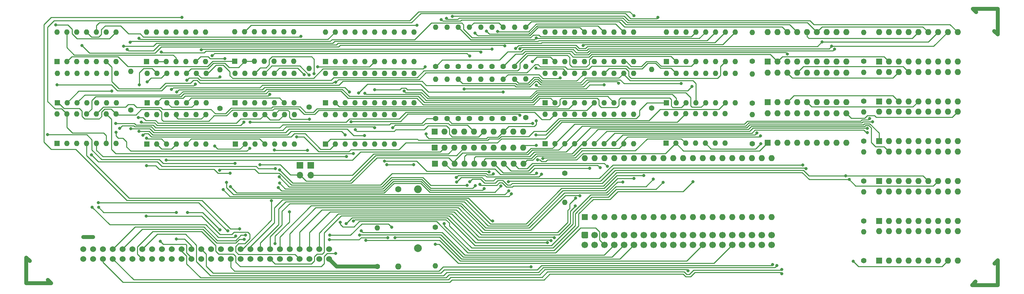
<source format=gtl>
G04 #@! TF.GenerationSoftware,KiCad,Pcbnew,(5.1.12)-1*
G04 #@! TF.CreationDate,2024-06-16T18:18:34+02:00*
G04 #@! TF.ProjectId,RAMbow,52414d62-6f77-42e6-9b69-6361645f7063,rev?*
G04 #@! TF.SameCoordinates,Original*
G04 #@! TF.FileFunction,Copper,L1,Top*
G04 #@! TF.FilePolarity,Positive*
%FSLAX46Y46*%
G04 Gerber Fmt 4.6, Leading zero omitted, Abs format (unit mm)*
G04 Created by KiCad (PCBNEW (5.1.12)-1) date 2024-06-16 18:18:34*
%MOMM*%
%LPD*%
G01*
G04 APERTURE LIST*
G04 #@! TA.AperFunction,ComponentPad*
%ADD10C,1.600000*%
G04 #@! TD*
G04 #@! TA.AperFunction,ComponentPad*
%ADD11O,1.600000X1.600000*%
G04 #@! TD*
G04 #@! TA.AperFunction,ComponentPad*
%ADD12C,1.700000*%
G04 #@! TD*
G04 #@! TA.AperFunction,ComponentPad*
%ADD13C,1.524000*%
G04 #@! TD*
G04 #@! TA.AperFunction,ComponentPad*
%ADD14O,1.400000X1.400000*%
G04 #@! TD*
G04 #@! TA.AperFunction,ComponentPad*
%ADD15C,1.400000*%
G04 #@! TD*
G04 #@! TA.AperFunction,ComponentPad*
%ADD16R,1.400000X1.400000*%
G04 #@! TD*
G04 #@! TA.AperFunction,ComponentPad*
%ADD17R,1.600000X1.600000*%
G04 #@! TD*
G04 #@! TA.AperFunction,ComponentPad*
%ADD18R,1.700000X1.700000*%
G04 #@! TD*
G04 #@! TA.AperFunction,ComponentPad*
%ADD19O,1.700000X1.700000*%
G04 #@! TD*
G04 #@! TA.AperFunction,ComponentPad*
%ADD20C,2.000000*%
G04 #@! TD*
G04 #@! TA.AperFunction,ComponentPad*
%ADD21O,2.000000X2.000000*%
G04 #@! TD*
G04 #@! TA.AperFunction,ViaPad*
%ADD22C,0.800000*%
G04 #@! TD*
G04 #@! TA.AperFunction,Conductor*
%ADD23C,1.000000*%
G04 #@! TD*
G04 #@! TA.AperFunction,Conductor*
%ADD24C,0.250000*%
G04 #@! TD*
G04 APERTURE END LIST*
D10*
X119177080Y-93801080D03*
D11*
X119177080Y-113801080D03*
G04 #@! TA.AperFunction,ComponentPad*
G36*
G01*
X166817080Y-104801080D02*
X168017080Y-104801080D01*
G75*
G02*
X168267080Y-105051080I0J-250000D01*
G01*
X168267080Y-106251080D01*
G75*
G02*
X168017080Y-106501080I-250000J0D01*
G01*
X166817080Y-106501080D01*
G75*
G02*
X166567080Y-106251080I0J250000D01*
G01*
X166567080Y-105051080D01*
G75*
G02*
X166817080Y-104801080I250000J0D01*
G01*
G37*
G04 #@! TD.AperFunction*
D12*
X169957080Y-105651080D03*
X172497080Y-105651080D03*
X175037080Y-105651080D03*
X177577080Y-105651080D03*
X180117080Y-105651080D03*
X182657080Y-105651080D03*
X185197080Y-105651080D03*
X187737080Y-105651080D03*
X190277080Y-105651080D03*
X192817080Y-105651080D03*
X195357080Y-105651080D03*
X197897080Y-105651080D03*
X200437080Y-105651080D03*
X202977080Y-105651080D03*
X205517080Y-105651080D03*
X208057080Y-105651080D03*
X210597080Y-105651080D03*
X213137080Y-105651080D03*
X215677080Y-105651080D03*
X167417080Y-108191080D03*
X169957080Y-108191080D03*
X172497080Y-108191080D03*
X175037080Y-108191080D03*
X177577080Y-108191080D03*
X180117080Y-108191080D03*
X182657080Y-108191080D03*
X185197080Y-108191080D03*
X187737080Y-108191080D03*
X190277080Y-108191080D03*
X192817080Y-108191080D03*
X195357080Y-108191080D03*
X197897080Y-108191080D03*
X200437080Y-108191080D03*
X202977080Y-108191080D03*
X205517080Y-108191080D03*
X208057080Y-108191080D03*
X210597080Y-108191080D03*
X213137080Y-108191080D03*
X215677080Y-108191080D03*
D13*
X37851080Y-111831080D03*
X37851080Y-109291080D03*
X40391080Y-111831080D03*
X40391080Y-109291080D03*
X42931080Y-111831080D03*
X42931080Y-109291080D03*
X45471080Y-111831080D03*
X45471080Y-109291080D03*
X48011080Y-111831080D03*
X48011080Y-109291080D03*
X50551080Y-111831080D03*
X50551080Y-109291080D03*
X53091080Y-111831080D03*
X53091080Y-109291080D03*
X55631080Y-111831080D03*
X55631080Y-109291080D03*
X58171080Y-111831080D03*
X58171080Y-109291080D03*
X60711080Y-111831080D03*
X60711080Y-109291080D03*
X63251080Y-111831080D03*
X63251080Y-109291080D03*
X65791080Y-111831080D03*
X65791080Y-109291080D03*
X68331080Y-111831080D03*
X68331080Y-109291080D03*
X70871080Y-111831080D03*
X70871080Y-109291080D03*
X73411080Y-111831080D03*
X73411080Y-109291080D03*
X75951080Y-111831080D03*
X75951080Y-109291080D03*
X78491080Y-111831080D03*
X78491080Y-109291080D03*
X81031080Y-111831080D03*
X81031080Y-109291080D03*
X83571080Y-111831080D03*
X83571080Y-109291080D03*
X86111080Y-111831080D03*
X86111080Y-109291080D03*
X88651080Y-111831080D03*
X88651080Y-109291080D03*
X91191080Y-111831080D03*
X91191080Y-109291080D03*
X93731080Y-111831080D03*
X93731080Y-109291080D03*
X96271080Y-111831080D03*
X96271080Y-109291080D03*
X98811080Y-111831080D03*
X98811080Y-109291080D03*
X101351080Y-111831080D03*
X101351080Y-109291080D03*
D14*
X239397080Y-63561080D03*
D15*
X239397080Y-71061080D03*
D14*
X239397080Y-73871080D03*
D15*
X239397080Y-81371080D03*
X239397080Y-60751080D03*
D14*
X239397080Y-53251080D03*
D15*
X239397080Y-91681080D03*
D14*
X239397080Y-84181080D03*
X239397080Y-94491080D03*
D15*
X239397080Y-101991080D03*
X239397080Y-112301080D03*
D14*
X239397080Y-104801080D03*
X210647080Y-53251080D03*
D15*
X210647080Y-60751080D03*
X210647080Y-71551080D03*
D14*
X210647080Y-64051080D03*
D15*
X210647080Y-82051080D03*
D14*
X210647080Y-74551080D03*
D16*
X31097080Y-60801080D03*
D14*
X46337080Y-53181080D03*
X33637080Y-60801080D03*
X43797080Y-53181080D03*
X36177080Y-60801080D03*
X41257080Y-53181080D03*
X38717080Y-60801080D03*
X38717080Y-53181080D03*
X41257080Y-60801080D03*
X36177080Y-53181080D03*
X43797080Y-60801080D03*
X33637080Y-53181080D03*
X46337080Y-60801080D03*
X31097080Y-53181080D03*
X188447080Y-53181080D03*
X206227080Y-60801080D03*
X190987080Y-53181080D03*
X203687080Y-60801080D03*
X193527080Y-53181080D03*
X201147080Y-60801080D03*
X196067080Y-53181080D03*
X198607080Y-60801080D03*
X198607080Y-53181080D03*
X196067080Y-60801080D03*
X201147080Y-53181080D03*
X193527080Y-60801080D03*
X203687080Y-53181080D03*
X190987080Y-60801080D03*
X206227080Y-53181080D03*
D16*
X188447080Y-60801080D03*
X100397080Y-82101080D03*
D14*
X118177080Y-74481080D03*
X102937080Y-82101080D03*
X115637080Y-74481080D03*
X105477080Y-82101080D03*
X113097080Y-74481080D03*
X108017080Y-82101080D03*
X110557080Y-74481080D03*
X110557080Y-82101080D03*
X108017080Y-74481080D03*
X113097080Y-82101080D03*
X105477080Y-74481080D03*
X115637080Y-82101080D03*
X102937080Y-74481080D03*
X118177080Y-82101080D03*
X100397080Y-74481080D03*
X54347080Y-63806080D03*
X69587080Y-71426080D03*
X56887080Y-63806080D03*
X67047080Y-71426080D03*
X59427080Y-63806080D03*
X64507080Y-71426080D03*
X61967080Y-63806080D03*
X61967080Y-71426080D03*
X64507080Y-63806080D03*
X59427080Y-71426080D03*
X67047080Y-63806080D03*
X56887080Y-71426080D03*
X69587080Y-63806080D03*
D16*
X54347080Y-71426080D03*
D14*
X77097080Y-74481080D03*
X92337080Y-82101080D03*
X79637080Y-74481080D03*
X89797080Y-82101080D03*
X82177080Y-74481080D03*
X87257080Y-82101080D03*
X84717080Y-74481080D03*
X84717080Y-82101080D03*
X87257080Y-74481080D03*
X82177080Y-82101080D03*
X89797080Y-74481080D03*
X79637080Y-82101080D03*
X92337080Y-74481080D03*
D16*
X77097080Y-82101080D03*
X157147080Y-71426080D03*
D14*
X180007080Y-63806080D03*
X159687080Y-71426080D03*
X177467080Y-63806080D03*
X162227080Y-71426080D03*
X174927080Y-63806080D03*
X164767080Y-71426080D03*
X172387080Y-63806080D03*
X167307080Y-71426080D03*
X169847080Y-63806080D03*
X169847080Y-71426080D03*
X167307080Y-63806080D03*
X172387080Y-71426080D03*
X164767080Y-63806080D03*
X174927080Y-71426080D03*
X162227080Y-63806080D03*
X177467080Y-71426080D03*
X159687080Y-63806080D03*
X180007080Y-71426080D03*
X157147080Y-63806080D03*
D16*
X188447080Y-71451080D03*
D14*
X206227080Y-63831080D03*
X190987080Y-71451080D03*
X203687080Y-63831080D03*
X193527080Y-71451080D03*
X201147080Y-63831080D03*
X196067080Y-71451080D03*
X198607080Y-63831080D03*
X198607080Y-71451080D03*
X196067080Y-63831080D03*
X201147080Y-71451080D03*
X193527080Y-63831080D03*
X203687080Y-71451080D03*
X190987080Y-63831080D03*
X206227080Y-71451080D03*
X188447080Y-63831080D03*
D17*
X243397080Y-60801080D03*
D11*
X263717080Y-53181080D03*
X245937080Y-60801080D03*
X261177080Y-53181080D03*
X248477080Y-60801080D03*
X258637080Y-53181080D03*
X251017080Y-60801080D03*
X256097080Y-53181080D03*
X253557080Y-60801080D03*
X253557080Y-53181080D03*
X256097080Y-60801080D03*
X251017080Y-53181080D03*
X258637080Y-60801080D03*
X248477080Y-53181080D03*
X261177080Y-60801080D03*
X245937080Y-53181080D03*
X263717080Y-60801080D03*
X243397080Y-53181080D03*
X243397080Y-63481080D03*
X263717080Y-71101080D03*
X245937080Y-63481080D03*
X261177080Y-71101080D03*
X248477080Y-63481080D03*
X258637080Y-71101080D03*
X251017080Y-63481080D03*
X256097080Y-71101080D03*
X253557080Y-63481080D03*
X253557080Y-71101080D03*
X256097080Y-63481080D03*
X251017080Y-71101080D03*
X258637080Y-63481080D03*
X248477080Y-71101080D03*
X261177080Y-63481080D03*
X245937080Y-71101080D03*
X263717080Y-63481080D03*
D17*
X243397080Y-71101080D03*
X243397080Y-81401080D03*
D11*
X263717080Y-73781080D03*
X245937080Y-81401080D03*
X261177080Y-73781080D03*
X248477080Y-81401080D03*
X258637080Y-73781080D03*
X251017080Y-81401080D03*
X256097080Y-73781080D03*
X253557080Y-81401080D03*
X253557080Y-73781080D03*
X256097080Y-81401080D03*
X251017080Y-73781080D03*
X258637080Y-81401080D03*
X248477080Y-73781080D03*
X261177080Y-81401080D03*
X245937080Y-73781080D03*
X263717080Y-81401080D03*
X243397080Y-73781080D03*
X243397080Y-84081080D03*
X263717080Y-91701080D03*
X245937080Y-84081080D03*
X261177080Y-91701080D03*
X248477080Y-84081080D03*
X258637080Y-91701080D03*
X251017080Y-84081080D03*
X256097080Y-91701080D03*
X253557080Y-84081080D03*
X253557080Y-91701080D03*
X256097080Y-84081080D03*
X251017080Y-91701080D03*
X258637080Y-84081080D03*
X248477080Y-91701080D03*
X261177080Y-84081080D03*
X245937080Y-91701080D03*
X263717080Y-84081080D03*
D17*
X243397080Y-91701080D03*
X243397080Y-102001080D03*
D11*
X263717080Y-94381080D03*
X245937080Y-102001080D03*
X261177080Y-94381080D03*
X248477080Y-102001080D03*
X258637080Y-94381080D03*
X251017080Y-102001080D03*
X256097080Y-94381080D03*
X253557080Y-102001080D03*
X253557080Y-94381080D03*
X256097080Y-102001080D03*
X251017080Y-94381080D03*
X258637080Y-102001080D03*
X248477080Y-94381080D03*
X261177080Y-102001080D03*
X245937080Y-94381080D03*
X263717080Y-102001080D03*
X243397080Y-94381080D03*
D17*
X243397080Y-112301080D03*
D11*
X263717080Y-104681080D03*
X245937080Y-112301080D03*
X261177080Y-104681080D03*
X248477080Y-112301080D03*
X258637080Y-104681080D03*
X251017080Y-112301080D03*
X256097080Y-104681080D03*
X253557080Y-112301080D03*
X253557080Y-104681080D03*
X256097080Y-112301080D03*
X251017080Y-104681080D03*
X258637080Y-112301080D03*
X248477080Y-104681080D03*
X261177080Y-112301080D03*
X245937080Y-104681080D03*
X263717080Y-112301080D03*
X243397080Y-104681080D03*
X214647080Y-53181080D03*
X234967080Y-60801080D03*
X217187080Y-53181080D03*
X232427080Y-60801080D03*
X219727080Y-53181080D03*
X229887080Y-60801080D03*
X222267080Y-53181080D03*
X227347080Y-60801080D03*
X224807080Y-53181080D03*
X224807080Y-60801080D03*
X227347080Y-53181080D03*
X222267080Y-60801080D03*
X229887080Y-53181080D03*
X219727080Y-60801080D03*
X232427080Y-53181080D03*
X217187080Y-60801080D03*
X234967080Y-53181080D03*
D17*
X214647080Y-60801080D03*
D11*
X214647080Y-63681080D03*
X234967080Y-71301080D03*
X217187080Y-63681080D03*
X232427080Y-71301080D03*
X219727080Y-63681080D03*
X229887080Y-71301080D03*
X222267080Y-63681080D03*
X227347080Y-71301080D03*
X224807080Y-63681080D03*
X224807080Y-71301080D03*
X227347080Y-63681080D03*
X222267080Y-71301080D03*
X229887080Y-63681080D03*
X219727080Y-71301080D03*
X232427080Y-63681080D03*
X217187080Y-71301080D03*
X234967080Y-63681080D03*
D17*
X214647080Y-71301080D03*
X214647080Y-81801080D03*
D11*
X234967080Y-74181080D03*
X217187080Y-81801080D03*
X232427080Y-74181080D03*
X219727080Y-81801080D03*
X229887080Y-74181080D03*
X222267080Y-81801080D03*
X227347080Y-74181080D03*
X224807080Y-81801080D03*
X224807080Y-74181080D03*
X227347080Y-81801080D03*
X222267080Y-74181080D03*
X229887080Y-81801080D03*
X219727080Y-74181080D03*
X232427080Y-81801080D03*
X217187080Y-74181080D03*
X234967080Y-81801080D03*
X214647080Y-74181080D03*
D18*
X93837080Y-87621080D03*
D19*
X93837080Y-90161080D03*
D14*
X131803330Y-65391080D03*
D15*
X131803330Y-75551080D03*
X134709580Y-75551080D03*
D14*
X134709580Y-65391080D03*
D15*
X137615830Y-62081080D03*
D14*
X137615830Y-51921080D03*
X140522080Y-51921080D03*
D15*
X140522080Y-62081080D03*
X143428330Y-62081080D03*
D14*
X143428330Y-51921080D03*
D17*
X128647080Y-83076080D03*
D11*
X131187080Y-83076080D03*
X133727080Y-83076080D03*
X136267080Y-83076080D03*
X138807080Y-83076080D03*
X141347080Y-83076080D03*
X143887080Y-83076080D03*
X146427080Y-83076080D03*
X148967080Y-83076080D03*
X151507080Y-83076080D03*
D16*
X31147080Y-71426080D03*
D14*
X46387080Y-63806080D03*
X33687080Y-71426080D03*
X43847080Y-63806080D03*
X36227080Y-71426080D03*
X41307080Y-63806080D03*
X38767080Y-71426080D03*
X38767080Y-63806080D03*
X41307080Y-71426080D03*
X36227080Y-63806080D03*
X43847080Y-71426080D03*
X33687080Y-63806080D03*
X46387080Y-71426080D03*
X31147080Y-63806080D03*
D15*
X113827080Y-113797080D03*
D14*
X113827080Y-103797080D03*
D15*
X128783080Y-103637080D03*
D14*
X128783080Y-113637080D03*
X184647080Y-62801080D03*
D15*
X184647080Y-72801080D03*
X96147080Y-72551080D03*
D14*
X96147080Y-62551080D03*
D15*
X50147080Y-73301080D03*
D14*
X50147080Y-63301080D03*
X73147080Y-62926080D03*
D15*
X73147080Y-72926080D03*
D14*
X152147080Y-65301080D03*
D15*
X152147080Y-75301080D03*
D14*
X31097080Y-74381080D03*
X46337080Y-82001080D03*
X33637080Y-74381080D03*
X43797080Y-82001080D03*
X36177080Y-74381080D03*
X41257080Y-82001080D03*
X38717080Y-74381080D03*
X38717080Y-82001080D03*
X41257080Y-74381080D03*
X36177080Y-82001080D03*
X43797080Y-74381080D03*
X33637080Y-82001080D03*
X46337080Y-74381080D03*
D16*
X31097080Y-82001080D03*
D14*
X157147080Y-53181080D03*
X180007080Y-60801080D03*
X159687080Y-53181080D03*
X177467080Y-60801080D03*
X162227080Y-53181080D03*
X174927080Y-60801080D03*
X164767080Y-53181080D03*
X172387080Y-60801080D03*
X167307080Y-53181080D03*
X169847080Y-60801080D03*
X169847080Y-53181080D03*
X167307080Y-60801080D03*
X172387080Y-53181080D03*
X164767080Y-60801080D03*
X174927080Y-53181080D03*
X162227080Y-60801080D03*
X177467080Y-53181080D03*
X159687080Y-60801080D03*
X180007080Y-53181080D03*
D16*
X157147080Y-60801080D03*
X157147080Y-82051080D03*
D14*
X180007080Y-74431080D03*
X159687080Y-82051080D03*
X177467080Y-74431080D03*
X162227080Y-82051080D03*
X174927080Y-74431080D03*
X164767080Y-82051080D03*
X172387080Y-74431080D03*
X167307080Y-82051080D03*
X169847080Y-74431080D03*
X169847080Y-82051080D03*
X167307080Y-74431080D03*
X172387080Y-82051080D03*
X164767080Y-74431080D03*
X174927080Y-82051080D03*
X162227080Y-74431080D03*
X177467080Y-82051080D03*
X159687080Y-74431080D03*
X180007080Y-82051080D03*
X157147080Y-74431080D03*
D16*
X54197080Y-60801080D03*
D14*
X69437080Y-53181080D03*
X56737080Y-60801080D03*
X66897080Y-53181080D03*
X59277080Y-60801080D03*
X64357080Y-53181080D03*
X61817080Y-60801080D03*
X61817080Y-53181080D03*
X64357080Y-60801080D03*
X59277080Y-53181080D03*
X66897080Y-60801080D03*
X56737080Y-53181080D03*
X69437080Y-60801080D03*
X54197080Y-53181080D03*
X76997080Y-53131080D03*
X92237080Y-60751080D03*
X79537080Y-53131080D03*
X89697080Y-60751080D03*
X82077080Y-53131080D03*
X87157080Y-60751080D03*
X84617080Y-53131080D03*
X84617080Y-60751080D03*
X87157080Y-53131080D03*
X82077080Y-60751080D03*
X89697080Y-53131080D03*
X79537080Y-60751080D03*
X92237080Y-53131080D03*
D16*
X76997080Y-60751080D03*
X77063746Y-71426080D03*
D14*
X92303746Y-63806080D03*
X79603746Y-71426080D03*
X89763746Y-63806080D03*
X82143746Y-71426080D03*
X87223746Y-63806080D03*
X84683746Y-71426080D03*
X84683746Y-63806080D03*
X87223746Y-71426080D03*
X82143746Y-63806080D03*
X89763746Y-71426080D03*
X79603746Y-63806080D03*
X92303746Y-71426080D03*
X77063746Y-63806080D03*
X54247080Y-74481080D03*
X69487080Y-82101080D03*
X56787080Y-74481080D03*
X66947080Y-82101080D03*
X59327080Y-74481080D03*
X64407080Y-82101080D03*
X61867080Y-74481080D03*
X61867080Y-82101080D03*
X64407080Y-74481080D03*
X59327080Y-82101080D03*
X66947080Y-74481080D03*
X56787080Y-82101080D03*
X69487080Y-74481080D03*
D16*
X54247080Y-82101080D03*
X188347080Y-81901080D03*
D14*
X203587080Y-74281080D03*
X190887080Y-81901080D03*
X201047080Y-74281080D03*
X193427080Y-81901080D03*
X198507080Y-74281080D03*
X195967080Y-81901080D03*
X195967080Y-74281080D03*
X198507080Y-81901080D03*
X193427080Y-74281080D03*
X201047080Y-81901080D03*
X190887080Y-74281080D03*
X203587080Y-81901080D03*
X188347080Y-74281080D03*
D20*
X124327080Y-109041080D03*
D21*
X124327080Y-93801080D03*
D15*
X128897080Y-75551080D03*
D14*
X128897080Y-65391080D03*
D15*
X137615830Y-75551080D03*
D14*
X137615830Y-65391080D03*
X140522080Y-65391080D03*
D15*
X140522080Y-75551080D03*
D14*
X143428330Y-65391080D03*
D15*
X143428330Y-75551080D03*
X146334580Y-75551080D03*
D14*
X146334580Y-65391080D03*
D15*
X149240830Y-75551080D03*
D14*
X149240830Y-65391080D03*
D15*
X128897080Y-62081080D03*
D14*
X128897080Y-51921080D03*
X131803330Y-51921080D03*
D15*
X131803330Y-62081080D03*
D14*
X134709580Y-51921080D03*
D15*
X134709580Y-62081080D03*
D14*
X146334580Y-51921080D03*
D15*
X146334580Y-62081080D03*
D14*
X149240830Y-51921080D03*
D15*
X149240830Y-62081080D03*
X152157080Y-51931080D03*
D14*
X152157080Y-62091080D03*
D11*
X151457080Y-78951080D03*
X148917080Y-78951080D03*
X146377080Y-78951080D03*
X143837080Y-78951080D03*
X141297080Y-78951080D03*
X138757080Y-78951080D03*
X136217080Y-78951080D03*
X133677080Y-78951080D03*
X131137080Y-78951080D03*
D17*
X128597080Y-78951080D03*
X128697080Y-87201080D03*
D11*
X131237080Y-87201080D03*
X133777080Y-87201080D03*
X136317080Y-87201080D03*
X138857080Y-87201080D03*
X141397080Y-87201080D03*
X143937080Y-87201080D03*
X146477080Y-87201080D03*
X149017080Y-87201080D03*
X151557080Y-87201080D03*
D17*
X167417080Y-101051080D03*
D11*
X215677080Y-85811080D03*
X169957080Y-101051080D03*
X213137080Y-85811080D03*
X172497080Y-101051080D03*
X210597080Y-85811080D03*
X175037080Y-101051080D03*
X208057080Y-85811080D03*
X177577080Y-101051080D03*
X205517080Y-85811080D03*
X180117080Y-101051080D03*
X202977080Y-85811080D03*
X182657080Y-101051080D03*
X200437080Y-85811080D03*
X185197080Y-101051080D03*
X197897080Y-85811080D03*
X187737080Y-101051080D03*
X195357080Y-85811080D03*
X190277080Y-101051080D03*
X192817080Y-85811080D03*
X192817080Y-101051080D03*
X190277080Y-85811080D03*
X195357080Y-101051080D03*
X187737080Y-85811080D03*
X197897080Y-101051080D03*
X185197080Y-85811080D03*
X200437080Y-101051080D03*
X182657080Y-85811080D03*
X202977080Y-101051080D03*
X180117080Y-85811080D03*
X205517080Y-101051080D03*
X177577080Y-85811080D03*
X208057080Y-101051080D03*
X175037080Y-85811080D03*
X210597080Y-101051080D03*
X172497080Y-85811080D03*
X213137080Y-101051080D03*
X169957080Y-85811080D03*
X215677080Y-101051080D03*
X167417080Y-85811080D03*
D16*
X100397080Y-71426080D03*
D14*
X123257080Y-63806080D03*
X102937080Y-71426080D03*
X120717080Y-63806080D03*
X105477080Y-71426080D03*
X118177080Y-63806080D03*
X108017080Y-71426080D03*
X115637080Y-63806080D03*
X110557080Y-71426080D03*
X113097080Y-63806080D03*
X113097080Y-71426080D03*
X110557080Y-63806080D03*
X115637080Y-71426080D03*
X108017080Y-63806080D03*
X118177080Y-71426080D03*
X105477080Y-63806080D03*
X120717080Y-71426080D03*
X102937080Y-63806080D03*
X123257080Y-71426080D03*
X100397080Y-63806080D03*
X100397080Y-53181080D03*
X123257080Y-60801080D03*
X102937080Y-53181080D03*
X120717080Y-60801080D03*
X105477080Y-53181080D03*
X118177080Y-60801080D03*
X108017080Y-53181080D03*
X115637080Y-60801080D03*
X110557080Y-53181080D03*
X113097080Y-60801080D03*
X113097080Y-53181080D03*
X110557080Y-60801080D03*
X115637080Y-53181080D03*
X108017080Y-60801080D03*
X118177080Y-53181080D03*
X105477080Y-60801080D03*
X120717080Y-53181080D03*
X102937080Y-60801080D03*
X123257080Y-53181080D03*
D16*
X100397080Y-60801080D03*
D18*
X96567080Y-87621080D03*
D19*
X96567080Y-90161080D03*
D15*
X162247080Y-89701080D03*
D14*
X162247080Y-97201080D03*
D22*
X37851080Y-106177080D03*
X40391080Y-106177080D03*
X212747080Y-80051080D03*
X148427080Y-95031080D03*
X73967080Y-93881080D03*
X228647080Y-55726070D03*
X149537080Y-57421080D03*
X236697080Y-112451080D03*
X231917080Y-57576080D03*
X133197080Y-49076090D03*
X231147080Y-56851080D03*
X150607080Y-57471080D03*
X131697080Y-49601080D03*
X234797080Y-90351080D03*
X137637082Y-91881080D03*
X235697080Y-91321080D03*
X140257080Y-92571080D03*
X224567080Y-88481080D03*
X147697080Y-91901078D03*
X219747080Y-58826070D03*
X52817080Y-76421080D03*
X79357080Y-76471080D03*
X240347080Y-78101080D03*
X168667082Y-88381080D03*
X143797080Y-89876070D03*
X73067080Y-88891080D03*
X110597080Y-69001080D03*
X120717076Y-68401084D03*
X113147080Y-68101080D03*
X195047080Y-67251080D03*
X73157080Y-104331080D03*
X64797080Y-99871080D03*
X54097080Y-100731080D03*
X54217080Y-87741080D03*
X75737080Y-89641078D03*
X173197080Y-87931080D03*
X211847080Y-79226090D03*
X147707080Y-94221080D03*
X74877080Y-92006070D03*
X141397080Y-93671080D03*
X97477080Y-63951080D03*
X88197080Y-93401080D03*
X195297080Y-91901080D03*
X131047080Y-102701080D03*
X59297080Y-86251080D03*
X57747080Y-107271080D03*
X66787080Y-66681080D03*
X31067080Y-66841080D03*
X86487080Y-96821080D03*
X87237080Y-83701080D03*
X96267080Y-75701080D03*
X95747080Y-83731080D03*
X91087080Y-99681080D03*
X87397080Y-107891080D03*
X87487080Y-88491080D03*
X39947080Y-84941080D03*
X240347080Y-79151080D03*
X171367080Y-88251080D03*
X145727080Y-92961080D03*
X75857080Y-93151080D03*
X139117080Y-92871080D03*
X88537080Y-92211080D03*
X96197080Y-64282759D03*
X155197080Y-86201080D03*
X154917078Y-89641080D03*
X124007080Y-51431080D03*
X80907080Y-76461080D03*
X156547080Y-85876080D03*
X154884740Y-82488740D03*
X126197080Y-62151080D03*
X144897080Y-52976080D03*
X142697080Y-89326080D03*
X115677082Y-86521080D03*
X116477080Y-106326080D03*
X101457080Y-106861080D03*
X79437080Y-106811080D03*
X113157080Y-77926080D03*
X47217082Y-78071078D03*
X117537080Y-103671080D03*
X101527080Y-105711080D03*
X79777080Y-105651078D03*
X110507080Y-79921080D03*
X50147080Y-78131080D03*
X139047080Y-53451080D03*
X117747080Y-77901080D03*
X141947080Y-52901080D03*
X108097080Y-78401080D03*
X105467080Y-79781080D03*
X52267080Y-78871080D03*
X103077080Y-110421080D03*
X53257080Y-79831080D03*
X160997080Y-65001080D03*
X146334580Y-68713580D03*
X108947080Y-68951080D03*
X154747080Y-62451080D03*
X154817080Y-54661080D03*
X64617080Y-65651080D03*
X49977080Y-55781080D03*
X194067080Y-114931080D03*
X60657080Y-68001080D03*
X192247080Y-66501080D03*
X154897080Y-76151080D03*
X176147080Y-66351080D03*
X154897080Y-66901074D03*
X126377080Y-79521080D03*
X166967080Y-56621080D03*
X217027080Y-113531080D03*
X49177080Y-57631080D03*
X218247080Y-114551080D03*
X48277080Y-56801080D03*
X172397080Y-66801080D03*
X136217080Y-67901080D03*
X241747080Y-76401080D03*
X136997080Y-92806070D03*
X88467080Y-90641080D03*
X94897080Y-64181080D03*
X240947080Y-75551080D03*
X88529539Y-88798411D03*
X77187080Y-105931080D03*
X40157080Y-98461080D03*
X187647080Y-92001080D03*
X107647080Y-102051080D03*
X107597080Y-84551080D03*
X153847080Y-60801080D03*
X146747080Y-56776080D03*
X37547080Y-56651080D03*
X156197080Y-89951080D03*
X134234420Y-90738420D03*
X143617080Y-102021080D03*
X185097080Y-91201080D03*
X105747080Y-102751080D03*
X105797080Y-85351080D03*
X180047080Y-48976080D03*
X75157080Y-104561080D03*
X41747080Y-97261080D03*
X153537080Y-113871080D03*
X158697080Y-107101080D03*
X159497080Y-106351080D03*
X164897080Y-98151080D03*
X165047080Y-96121080D03*
X166097080Y-95476090D03*
X177237080Y-91931080D03*
X180087080Y-91061080D03*
X182607080Y-90271080D03*
X157697080Y-107651080D03*
X78207080Y-104071080D03*
X63337080Y-49361080D03*
X61887080Y-106701080D03*
X61907080Y-99831080D03*
X41787080Y-98511080D03*
X215917080Y-113301080D03*
X212847080Y-82051080D03*
X218247080Y-115651080D03*
X77077080Y-87111080D03*
X30707080Y-51341080D03*
X54377080Y-66021080D03*
X28639801Y-79717208D03*
X186297080Y-49401080D03*
X94102070Y-54271080D03*
X46307080Y-79061080D03*
X80837080Y-83231080D03*
X103057080Y-66171080D03*
X74387080Y-60026080D03*
X71837080Y-82651080D03*
X92937080Y-80271080D03*
X86037080Y-69281080D03*
X83467080Y-87471080D03*
X52287080Y-66801080D03*
X52102090Y-75301080D03*
X150647080Y-74701080D03*
X61967080Y-68681080D03*
X106597080Y-68651080D03*
X106997080Y-76376080D03*
X73127080Y-64751080D03*
X68297080Y-57751080D03*
X143457080Y-57571080D03*
X137647080Y-59401080D03*
X71147080Y-59301080D03*
X54227080Y-80571080D03*
X57997080Y-58346070D03*
X140527080Y-58341080D03*
X223687080Y-87556070D03*
X134297080Y-91951080D03*
X130334420Y-49938420D03*
X153897080Y-76801080D03*
X154797080Y-79751078D03*
X46247080Y-76801080D03*
X45187080Y-68421080D03*
X52207080Y-54801080D03*
X128747080Y-108051080D03*
X110797080Y-107051080D03*
X116237080Y-87471080D03*
X123217080Y-87471080D03*
X118397080Y-106326080D03*
X109227080Y-105651080D03*
X109627080Y-104601080D03*
X104197080Y-102351080D03*
X98397080Y-62151080D03*
D23*
X267647080Y-47201080D02*
X268447080Y-48001080D01*
X274047080Y-53801080D02*
X274047080Y-47181080D01*
X274047080Y-47181080D02*
X267667080Y-47181080D01*
X273147080Y-52901080D02*
X274047080Y-53801080D01*
X268347080Y-117701080D02*
X267447080Y-118601080D01*
X274047080Y-112201080D02*
X273247080Y-113001080D01*
X267447080Y-118601080D02*
X274067080Y-118601080D01*
X274067080Y-118601080D02*
X274067080Y-112221080D01*
X23141080Y-111491080D02*
X23141080Y-118111080D01*
X29541080Y-118091080D02*
X28741080Y-117291080D01*
X23141080Y-118111080D02*
X29521080Y-118111080D01*
X24041080Y-112391080D02*
X23141080Y-111491080D01*
X103317080Y-113797080D02*
X113827080Y-113797080D01*
X101351080Y-111831080D02*
X103317080Y-113797080D01*
X37851080Y-106177080D02*
X40391080Y-106177080D01*
D24*
X219727080Y-63731080D02*
X219727080Y-63681080D01*
X220997080Y-65001080D02*
X219727080Y-63731080D01*
X246957080Y-65001080D02*
X220997080Y-65001080D01*
X248477080Y-63481080D02*
X246957080Y-65001080D01*
X153597080Y-50491080D02*
X152157080Y-51931080D01*
X176287080Y-50491080D02*
X153597080Y-50491080D01*
X177647080Y-51851080D02*
X176287080Y-50491080D01*
X218397080Y-51851080D02*
X177647080Y-51851080D01*
X219727080Y-53181080D02*
X218397080Y-51851080D01*
X177467080Y-81231080D02*
X177467080Y-82051080D01*
X178447080Y-80251080D02*
X177467080Y-81231080D01*
X212547080Y-80251080D02*
X178447080Y-80251080D01*
X212747080Y-80051080D02*
X212547080Y-80251080D01*
X148427080Y-95031080D02*
X147817069Y-95641091D01*
X147817069Y-95641091D02*
X75727091Y-95641091D01*
X75727091Y-95641091D02*
X73967080Y-93881080D01*
X176307080Y-83211080D02*
X177467080Y-82051080D01*
X166467080Y-83211080D02*
X176307080Y-83211080D01*
X164527080Y-85151080D02*
X166467080Y-83211080D01*
X155097080Y-85151080D02*
X164527080Y-85151080D01*
X153947080Y-86301080D02*
X155097080Y-85151080D01*
X152457080Y-86301080D02*
X153947080Y-86301080D01*
X151557080Y-87201080D02*
X152457080Y-86301080D01*
X256092090Y-55726070D02*
X228647080Y-55726070D01*
X258637080Y-53181080D02*
X256092090Y-55726070D01*
X150277080Y-56681080D02*
X149537080Y-57421080D01*
X151117080Y-56571080D02*
X151007080Y-56681080D01*
X165137080Y-56571080D02*
X151117080Y-56571080D01*
X151007080Y-56681080D02*
X150277080Y-56681080D01*
X165977080Y-57411080D02*
X165137080Y-56571080D01*
X167557080Y-57411080D02*
X165977080Y-57411080D01*
X168087080Y-56881080D02*
X167557080Y-57411080D01*
X227487080Y-56881080D02*
X168087080Y-56881080D01*
X228642090Y-55726070D02*
X227487080Y-56881080D01*
X228647080Y-55726070D02*
X228642090Y-55726070D01*
X261177080Y-112301080D02*
X259677083Y-113801077D01*
X259677083Y-113801077D02*
X238047077Y-113801077D01*
X238047077Y-113801077D02*
X236697080Y-112451080D01*
X129597079Y-61381081D02*
X128897080Y-62081080D01*
X145337080Y-60411080D02*
X130567080Y-60411080D01*
X150962080Y-58271080D02*
X147477080Y-58271080D01*
X130567080Y-60411080D02*
X129597079Y-61381081D01*
X151532080Y-57701080D02*
X150962080Y-58271080D01*
X164427080Y-57701080D02*
X151532080Y-57701080D01*
X165217080Y-58491080D02*
X164427080Y-57701080D01*
X147477080Y-58271080D02*
X145337080Y-60411080D01*
X168097080Y-58491080D02*
X165217080Y-58491080D01*
X168612081Y-57976079D02*
X168097080Y-58491080D01*
X231517081Y-57976079D02*
X168612081Y-57976079D01*
X231917080Y-57576080D02*
X231517081Y-57976079D01*
X239672112Y-75451048D02*
X236237048Y-75451048D01*
X240372080Y-74751080D02*
X239672112Y-75451048D01*
X242247080Y-74751080D02*
X240372080Y-74751080D01*
X236237048Y-75451048D02*
X234967080Y-74181080D01*
X242697080Y-75201080D02*
X242247080Y-74751080D01*
X262297080Y-75201080D02*
X242697080Y-75201080D01*
X263717080Y-73781080D02*
X262297080Y-75201080D01*
X133247080Y-49026090D02*
X133197080Y-49076090D01*
X177522090Y-49026090D02*
X133247080Y-49026090D01*
X178697080Y-50201080D02*
X177522090Y-49026090D01*
X226547080Y-51201080D02*
X225547080Y-50201080D01*
X225547080Y-50201080D02*
X178697080Y-50201080D01*
X261737080Y-51201080D02*
X226547080Y-51201080D01*
X263717080Y-53181080D02*
X261737080Y-51201080D01*
X257507080Y-56851080D02*
X231147080Y-56851080D01*
X261177080Y-53181080D02*
X257507080Y-56851080D01*
X150887080Y-57191080D02*
X150607080Y-57471080D01*
X165677080Y-57901080D02*
X164967080Y-57191080D01*
X168307080Y-57471080D02*
X167877080Y-57901080D01*
X167877080Y-57901080D02*
X165677080Y-57901080D01*
X230527080Y-57471080D02*
X168307080Y-57471080D01*
X164967080Y-57191080D02*
X150887080Y-57191080D01*
X231147080Y-56851080D02*
X230527080Y-57471080D01*
X228727080Y-51801080D02*
X227347080Y-53181080D01*
X254717080Y-51801080D02*
X228727080Y-51801080D01*
X256097080Y-53181080D02*
X254717080Y-51801080D01*
X131947080Y-49851080D02*
X131697080Y-49601080D01*
X134927081Y-49501079D02*
X134577080Y-49851080D01*
X177247079Y-49501079D02*
X134927081Y-49501079D01*
X134577080Y-49851080D02*
X131947080Y-49851080D01*
X178497080Y-50751080D02*
X177247079Y-49501079D01*
X224917080Y-50751080D02*
X178497080Y-50751080D01*
X227347080Y-53181080D02*
X224917080Y-50751080D01*
X256097080Y-91701080D02*
X254747080Y-90351080D01*
X254747080Y-90351080D02*
X234797080Y-90351080D01*
X234797080Y-90351080D02*
X225277080Y-90351080D01*
X148647080Y-92311080D02*
X148207080Y-92751080D01*
X144957080Y-91551080D02*
X144257080Y-92251080D01*
X225277080Y-90351080D02*
X223847080Y-88921080D01*
X147397080Y-92751080D02*
X146197080Y-91551080D01*
X138327082Y-91191080D02*
X137637082Y-91881080D01*
X223847080Y-88921080D02*
X175227080Y-88921080D01*
X175227080Y-88921080D02*
X171837080Y-92311080D01*
X148207080Y-92751080D02*
X147397080Y-92751080D01*
X171837080Y-92311080D02*
X148647080Y-92311080D01*
X146197080Y-91551080D02*
X144957080Y-91551080D01*
X144257080Y-92251080D02*
X141487080Y-92251080D01*
X140427080Y-91191080D02*
X138327082Y-91191080D01*
X141487080Y-92251080D02*
X140427080Y-91191080D01*
X257367080Y-92971080D02*
X258637080Y-91701080D01*
X237347080Y-92971080D02*
X257367080Y-92971080D01*
X235697080Y-91321080D02*
X237347080Y-92971080D01*
X144657080Y-92771080D02*
X140457080Y-92771080D01*
X145317080Y-92111080D02*
X144657080Y-92771080D01*
X146047080Y-92111080D02*
X145317080Y-92111080D01*
X147187080Y-93251080D02*
X146047080Y-92111080D01*
X148647080Y-93251080D02*
X147187080Y-93251080D01*
X148967080Y-92931080D02*
X148647080Y-93251080D01*
X172177080Y-92931080D02*
X148967080Y-92931080D01*
X140457080Y-92771080D02*
X140257080Y-92571080D01*
X175597080Y-89511080D02*
X172177080Y-92931080D01*
X225367080Y-91321080D02*
X223557080Y-89511080D01*
X223557080Y-89511080D02*
X175597080Y-89511080D01*
X235697080Y-91321080D02*
X225367080Y-91321080D01*
X171437080Y-91681080D02*
X147917078Y-91681080D01*
X147917078Y-91681080D02*
X147697080Y-91901078D01*
X174837080Y-88281080D02*
X171437080Y-91681080D01*
X224367080Y-88281080D02*
X174837080Y-88281080D01*
X224567080Y-88481080D02*
X224367080Y-88281080D01*
X226007080Y-72501080D02*
X224807080Y-71301080D01*
X252157080Y-72501080D02*
X226007080Y-72501080D01*
X253557080Y-71101080D02*
X252157080Y-72501080D01*
X168917080Y-58441080D02*
X219362090Y-58441080D01*
X168337080Y-59021080D02*
X168917080Y-58441080D01*
X146334580Y-62081080D02*
X149564580Y-58851080D01*
X163967080Y-58191080D02*
X164797080Y-59021080D01*
X151987080Y-58191080D02*
X163967080Y-58191080D01*
X151327080Y-58851080D02*
X151987080Y-58191080D01*
X219362090Y-58441080D02*
X219747080Y-58826070D01*
X149564580Y-58851080D02*
X151327080Y-58851080D01*
X164797080Y-59021080D02*
X168337080Y-59021080D01*
X221427080Y-69601080D02*
X219727080Y-71301080D01*
X246977080Y-69601080D02*
X221427080Y-69601080D01*
X248477080Y-71101080D02*
X246977080Y-69601080D01*
X149240830Y-61767330D02*
X149240830Y-62081080D01*
X152307080Y-58701080D02*
X149240830Y-61767330D01*
X168517080Y-59581080D02*
X164337080Y-59581080D01*
X169197080Y-58901080D02*
X168517080Y-59581080D01*
X163457080Y-58701080D02*
X152307080Y-58701080D01*
X215287080Y-58901080D02*
X169197080Y-58901080D01*
X164337080Y-59581080D02*
X163457080Y-58701080D01*
X217187080Y-60801080D02*
X215287080Y-58901080D01*
X244687080Y-59551080D02*
X218437080Y-59551080D01*
X218437080Y-59551080D02*
X217187080Y-60801080D01*
X245937080Y-60801080D02*
X244687080Y-59551080D01*
X78517080Y-77311080D02*
X79357080Y-76471080D01*
X56907080Y-77311080D02*
X78517080Y-77311080D01*
X56267080Y-76671080D02*
X56907080Y-77311080D01*
X53067080Y-76671080D02*
X56267080Y-76671080D01*
X52817080Y-76421080D02*
X53067080Y-76671080D01*
X143937080Y-87201080D02*
X146317080Y-89581080D01*
X146317080Y-89581080D02*
X153257080Y-89581080D01*
X153257080Y-89581080D02*
X154457080Y-88381080D01*
X154457080Y-88381080D02*
X168667082Y-88381080D01*
X73317080Y-88641080D02*
X73067080Y-88891080D01*
X82127080Y-88641080D02*
X73317080Y-88641080D01*
X88510084Y-89641080D02*
X83127080Y-89641080D01*
X114617080Y-92721080D02*
X91590084Y-92721080D01*
X117562070Y-89776090D02*
X114617080Y-92721080D01*
X141942090Y-89776090D02*
X117562070Y-89776090D01*
X142297080Y-90131080D02*
X141942090Y-89776090D01*
X143542070Y-90131080D02*
X142297080Y-90131080D01*
X83127080Y-89641080D02*
X82127080Y-88641080D01*
X91590084Y-92721080D02*
X88510084Y-89641080D01*
X143797080Y-89876070D02*
X143542070Y-90131080D01*
X240147080Y-78101080D02*
X240347080Y-78101080D01*
X210797080Y-78001080D02*
X240047080Y-78001080D01*
X209997080Y-78801080D02*
X210797080Y-78001080D01*
X240047080Y-78001080D02*
X240147080Y-78101080D01*
X173047080Y-78801080D02*
X209997080Y-78801080D01*
X169847080Y-82001080D02*
X173047080Y-78801080D01*
X169847080Y-82051080D02*
X169847080Y-82001080D01*
X101647080Y-80851080D02*
X100397080Y-82101080D01*
X124427091Y-81151091D02*
X124127080Y-80851080D01*
X188447080Y-71451080D02*
X183497080Y-71451080D01*
X124127080Y-80851080D02*
X101647080Y-80851080D01*
X181547080Y-73401080D02*
X181547080Y-74651080D01*
X180647080Y-75551080D02*
X160697080Y-75551080D01*
X181547080Y-74651080D02*
X180647080Y-75551080D01*
X152897080Y-80201080D02*
X145763491Y-80201080D01*
X160697080Y-75551080D02*
X157397080Y-78851080D01*
X157397080Y-78851080D02*
X154247080Y-78851080D01*
X142647069Y-80801091D02*
X142297069Y-81151091D01*
X154247080Y-78851080D02*
X152897080Y-80201080D01*
X142297069Y-81151091D02*
X124427091Y-81151091D01*
X183497080Y-71451080D02*
X181547080Y-73401080D01*
X145763491Y-80201080D02*
X145163480Y-80801091D01*
X145163480Y-80801091D02*
X142647069Y-80801091D01*
X160397080Y-72501080D02*
X104012080Y-72501080D01*
X160947080Y-71951080D02*
X160397080Y-72501080D01*
X160947080Y-70651080D02*
X160947080Y-71951080D01*
X161347080Y-70251080D02*
X160947080Y-70651080D01*
X104012080Y-72501080D02*
X102937080Y-71426080D01*
X170597080Y-70251080D02*
X161347080Y-70251080D01*
X193527080Y-71451080D02*
X192357080Y-72621080D01*
X192357080Y-72621080D02*
X190117080Y-72621080D01*
X189747080Y-72251080D02*
X189747080Y-70651080D01*
X189747080Y-70651080D02*
X189297080Y-70201080D01*
X189297080Y-70201080D02*
X176597080Y-70201080D01*
X176197080Y-72151080D02*
X175697080Y-72651080D01*
X190117080Y-72621080D02*
X189747080Y-72251080D01*
X176597080Y-70201080D02*
X176197080Y-70601080D01*
X176197080Y-70601080D02*
X176197080Y-72151080D01*
X175697080Y-72651080D02*
X171647080Y-72651080D01*
X171047080Y-72051080D02*
X171047080Y-70701080D01*
X171647080Y-72651080D02*
X171047080Y-72051080D01*
X171047080Y-70701080D02*
X170597080Y-70251080D01*
X110897080Y-69301080D02*
X110597080Y-69001080D01*
X124847080Y-69301080D02*
X110897080Y-69301080D01*
X126447080Y-70901080D02*
X124847080Y-69301080D01*
X153747080Y-70901080D02*
X126447080Y-70901080D01*
X155347080Y-69301080D02*
X153747080Y-70901080D01*
X189997080Y-69301080D02*
X155347080Y-69301080D01*
X190987080Y-70291080D02*
X189997080Y-69301080D01*
X190987080Y-71451080D02*
X190987080Y-70291080D01*
X121117075Y-68801083D02*
X120717076Y-68401084D01*
X126797080Y-70401080D02*
X125197083Y-68801083D01*
X125197083Y-68801083D02*
X121117075Y-68801083D01*
X153447080Y-70401080D02*
X126797080Y-70401080D01*
X155047077Y-68801083D02*
X153447080Y-70401080D01*
X193447083Y-68801083D02*
X155047077Y-68801083D01*
X194747080Y-70101080D02*
X193447083Y-68801083D01*
X194747080Y-72251080D02*
X194747080Y-70101080D01*
X195077080Y-72581080D02*
X194747080Y-72251080D01*
X197477080Y-72581080D02*
X195077080Y-72581080D01*
X198607080Y-71451080D02*
X197477080Y-72581080D01*
X119647080Y-68101080D02*
X113147080Y-68101080D01*
X120072077Y-67676083D02*
X119647080Y-68101080D01*
X121172083Y-67676083D02*
X120072077Y-67676083D01*
X121597080Y-68101080D02*
X121172083Y-67676083D01*
X125347080Y-68101080D02*
X121597080Y-68101080D01*
X127197070Y-69951070D02*
X125347080Y-68101080D01*
X154910670Y-68301080D02*
X153260680Y-69951070D01*
X193997080Y-68301080D02*
X154910670Y-68301080D01*
X153260680Y-69951070D02*
X127197070Y-69951070D01*
X195047080Y-67251080D02*
X193997080Y-68301080D01*
X65687069Y-80821091D02*
X83437091Y-80821091D01*
X83437091Y-80821091D02*
X84717080Y-82101080D01*
X64407080Y-82101080D02*
X65687069Y-80821091D01*
X68697080Y-99871080D02*
X64797080Y-99871080D01*
X73157080Y-104331080D02*
X68697080Y-99871080D01*
X68377080Y-100731080D02*
X54097080Y-100731080D01*
X93731080Y-111831080D02*
X92541080Y-110641080D01*
X92541080Y-110641080D02*
X77927080Y-110641080D01*
X77187080Y-109901080D02*
X77187080Y-108611080D01*
X80317080Y-104881080D02*
X76817080Y-104881080D01*
X77927080Y-110641080D02*
X77187080Y-109901080D01*
X80877080Y-106591080D02*
X80877080Y-105441080D01*
X77187080Y-108611080D02*
X77907080Y-107891080D01*
X79577080Y-107891080D02*
X80877080Y-106591080D01*
X73117080Y-105471080D02*
X68377080Y-100731080D01*
X80877080Y-105441080D02*
X80317080Y-104881080D01*
X77907080Y-107891080D02*
X79577080Y-107891080D01*
X76817080Y-104881080D02*
X76227080Y-105471080D01*
X76227080Y-105471080D02*
X73117080Y-105471080D01*
X72607080Y-89641078D02*
X75737080Y-89641078D01*
X71637082Y-88671080D02*
X72607080Y-89641078D01*
X57497080Y-88671080D02*
X71637082Y-88671080D01*
X56567080Y-87741080D02*
X57497080Y-88671080D01*
X54217080Y-87741080D02*
X56567080Y-87741080D01*
X149017080Y-87201080D02*
X150327080Y-88511080D01*
X172387081Y-87121081D02*
X173197080Y-87931080D01*
X150327080Y-88511080D02*
X152487080Y-88511080D01*
X152487080Y-88511080D02*
X153877079Y-87121081D01*
X153877079Y-87121081D02*
X172387081Y-87121081D01*
X211322090Y-79751080D02*
X211847080Y-79226090D01*
X177227080Y-79751080D02*
X211322090Y-79751080D01*
X174927080Y-82051080D02*
X177227080Y-79751080D01*
X74877080Y-93436765D02*
X74877080Y-92006070D01*
X76631395Y-95191080D02*
X74877080Y-93436765D01*
X147707080Y-94221080D02*
X146737080Y-95191080D01*
X146737080Y-95191080D02*
X76631395Y-95191080D01*
X141397080Y-86191080D02*
X141397080Y-87201080D01*
X141767080Y-85821080D02*
X141397080Y-86191080D01*
X153577080Y-85821080D02*
X141767080Y-85821080D01*
X154747080Y-84651080D02*
X153577080Y-85821080D01*
X164072080Y-84651080D02*
X154747080Y-84651080D01*
X166672080Y-82051080D02*
X164072080Y-84651080D01*
X167307080Y-82051080D02*
X166672080Y-82051080D01*
X97477080Y-60191080D02*
X97477080Y-63951080D01*
X86647080Y-59551080D02*
X96837080Y-59551080D01*
X96837080Y-59551080D02*
X97477080Y-60191080D01*
X85877080Y-60321080D02*
X86647080Y-59551080D01*
X85877080Y-61551080D02*
X85877080Y-60321080D01*
X85057080Y-62371080D02*
X85877080Y-61551080D01*
X83578746Y-62371080D02*
X85057080Y-62371080D01*
X82143746Y-63806080D02*
X83578746Y-62371080D01*
X140997081Y-94071079D02*
X127493489Y-94071079D01*
X115457080Y-94251080D02*
X89047080Y-94251080D01*
X117957080Y-91751080D02*
X115457080Y-94251080D01*
X125173490Y-91751080D02*
X117957080Y-91751080D01*
X89047080Y-94251080D02*
X88197080Y-93401080D01*
X127493489Y-94071079D02*
X125173490Y-91751080D01*
X141397080Y-93671080D02*
X140997081Y-94071079D01*
X170797080Y-78351080D02*
X167307080Y-81841080D01*
X209597080Y-78351080D02*
X170797080Y-78351080D01*
X167307080Y-81841080D02*
X167307080Y-82051080D01*
X210397080Y-77551080D02*
X209597080Y-78351080D01*
X239672080Y-77551080D02*
X210397080Y-77551080D01*
X240747080Y-77301080D02*
X239922080Y-77301080D01*
X241347080Y-81701080D02*
X241347080Y-77901080D01*
X242497080Y-82851080D02*
X241347080Y-81701080D01*
X244707080Y-82851080D02*
X242497080Y-82851080D01*
X239922080Y-77301080D02*
X239672080Y-77551080D01*
X241347080Y-77901080D02*
X240747080Y-77301080D01*
X245937080Y-84081080D02*
X244707080Y-82851080D01*
X130062079Y-84201081D02*
X109447079Y-84201081D01*
X131187080Y-83076080D02*
X130062079Y-84201081D01*
X107397080Y-86251080D02*
X59297080Y-86251080D01*
X109447079Y-84201081D02*
X107397080Y-86251080D01*
X131097080Y-103201080D02*
X131097080Y-102651080D01*
X137557080Y-109661080D02*
X131097080Y-103201080D01*
X159437080Y-109661080D02*
X137557080Y-109661080D01*
X165797080Y-103301080D02*
X159437080Y-109661080D01*
X169567080Y-96431080D02*
X165797080Y-100201080D01*
X131097080Y-102651080D02*
X131047080Y-102701080D01*
X165797080Y-100201080D02*
X165797080Y-103301080D01*
X173867080Y-96431080D02*
X169567080Y-96431080D01*
X175897080Y-94401080D02*
X173867080Y-96431080D01*
X192797080Y-94401080D02*
X175897080Y-94401080D01*
X195297080Y-91901080D02*
X192797080Y-94401080D01*
X58517080Y-108041080D02*
X57747080Y-107271080D01*
X64527080Y-108261080D02*
X64307080Y-108041080D01*
X64527080Y-110251080D02*
X64527080Y-108261080D01*
X64307080Y-108041080D02*
X58517080Y-108041080D01*
X65791080Y-111515080D02*
X64527080Y-110251080D01*
X65791080Y-111831080D02*
X65791080Y-111515080D01*
X45167080Y-66841080D02*
X31067080Y-66841080D01*
X46622091Y-68296091D02*
X45167080Y-66841080D01*
X58122069Y-68296091D02*
X46622091Y-68296091D01*
X59337081Y-67081079D02*
X58122069Y-68296091D01*
X66387081Y-67081079D02*
X59337081Y-67081079D01*
X66787080Y-66681080D02*
X66387081Y-67081079D01*
X86487080Y-101771080D02*
X86487080Y-96821080D01*
X78967080Y-109291080D02*
X86487080Y-101771080D01*
X78491080Y-109291080D02*
X78967080Y-109291080D01*
X87267080Y-83731080D02*
X87237080Y-83701080D01*
X95747080Y-83731080D02*
X87267080Y-83731080D01*
X91097080Y-73791080D02*
X91097080Y-75211080D01*
X90717080Y-73411080D02*
X91097080Y-73791080D01*
X88327080Y-73411080D02*
X90717080Y-73411080D01*
X91587080Y-75701080D02*
X96267080Y-75701080D01*
X91097080Y-75211080D02*
X91587080Y-75701080D01*
X87257080Y-74481080D02*
X88327080Y-73411080D01*
X87397080Y-105961080D02*
X87397080Y-107891080D01*
X91087080Y-102271080D02*
X87397080Y-105961080D01*
X91087080Y-99681080D02*
X91087080Y-102271080D01*
X41747080Y-86741080D02*
X40347079Y-85341079D01*
X57017080Y-86741080D02*
X41747080Y-86741080D01*
X82517080Y-87921080D02*
X58197080Y-87921080D01*
X40347079Y-85341079D02*
X39947080Y-84941080D01*
X58197080Y-87921080D02*
X57017080Y-86741080D01*
X83087080Y-88491080D02*
X82517080Y-87921080D01*
X87427080Y-88491080D02*
X83087080Y-88491080D01*
X87447080Y-88511080D02*
X87427080Y-88491080D01*
X148317080Y-89041080D02*
X152847080Y-89041080D01*
X146477080Y-87201080D02*
X148317080Y-89041080D01*
X152847080Y-89041080D02*
X154277079Y-87611081D01*
X154277079Y-87611081D02*
X170727081Y-87611081D01*
X170727081Y-87611081D02*
X171367080Y-88251080D01*
X115603500Y-94741070D02*
X77447070Y-94741070D01*
X125047080Y-92261080D02*
X118083490Y-92261080D01*
X127327080Y-94541080D02*
X125047080Y-92261080D01*
X144147080Y-94541080D02*
X127327080Y-94541080D01*
X145727080Y-92961080D02*
X144147080Y-94541080D01*
X118083490Y-92261080D02*
X115603500Y-94741070D01*
X77447070Y-94741070D02*
X75857080Y-93151080D01*
X239447080Y-78501080D02*
X240097080Y-79151080D01*
X211347080Y-78501080D02*
X239447080Y-78501080D01*
X210547080Y-79301080D02*
X211347080Y-78501080D01*
X175097080Y-79301080D02*
X210547080Y-79301080D01*
X240097080Y-79151080D02*
X240347080Y-79151080D01*
X172387080Y-82011080D02*
X175097080Y-79301080D01*
X172387080Y-82051080D02*
X172387080Y-82011080D01*
X154347080Y-84151080D02*
X153157080Y-85341080D01*
X139217080Y-85341080D02*
X138857080Y-85701080D01*
X138857080Y-85701080D02*
X138857080Y-87201080D01*
X162562080Y-84151080D02*
X154347080Y-84151080D01*
X164662080Y-82051080D02*
X162562080Y-84151080D01*
X164767080Y-82051080D02*
X164662080Y-82051080D01*
X153157080Y-85341080D02*
X139217080Y-85341080D01*
X90037089Y-93711089D02*
X88537080Y-92211080D01*
X115217071Y-93711089D02*
X90037089Y-93711089D01*
X125347080Y-91281080D02*
X117647080Y-91281080D01*
X127597080Y-93531080D02*
X125347080Y-91281080D01*
X138457080Y-93531080D02*
X127597080Y-93531080D01*
X117647080Y-91281080D02*
X115217071Y-93711089D01*
X139117080Y-92871080D02*
X138457080Y-93531080D01*
X96138759Y-64282759D02*
X96197080Y-64282759D01*
X93797070Y-61941070D02*
X96138759Y-64282759D01*
X86548756Y-61941070D02*
X93797070Y-61941070D01*
X84683746Y-63806080D02*
X86548756Y-61941070D01*
X164747080Y-82031080D02*
X164767080Y-82051080D01*
X168897080Y-77901080D02*
X164767080Y-82031080D01*
X209997080Y-77101080D02*
X209197080Y-77901080D01*
X239347080Y-77101080D02*
X209997080Y-77101080D01*
X164767080Y-82031080D02*
X164747080Y-82031080D01*
X240997080Y-76851080D02*
X239597080Y-76851080D01*
X209197080Y-77901080D02*
X168897080Y-77901080D01*
X243397080Y-79251080D02*
X240997080Y-76851080D01*
X239597080Y-76851080D02*
X239347080Y-77101080D01*
X243397080Y-81401080D02*
X243397080Y-79251080D01*
X212547080Y-83901080D02*
X214647080Y-81801080D01*
X192887080Y-83901080D02*
X212547080Y-83901080D01*
X190887080Y-81901080D02*
X192887080Y-83901080D01*
X60602080Y-72601080D02*
X65872080Y-72601080D01*
X65872080Y-72601080D02*
X67047080Y-71426080D01*
X59427080Y-71426080D02*
X60602080Y-72601080D01*
X155797080Y-86201080D02*
X155197080Y-86201080D01*
X156197080Y-86601080D02*
X155797080Y-86201080D01*
X157297080Y-86601080D02*
X156197080Y-86601080D01*
X157697080Y-86201080D02*
X157297080Y-86601080D01*
X165287080Y-86201080D02*
X157697080Y-86201080D01*
X166937080Y-84551080D02*
X165287080Y-86201080D01*
X188237080Y-84551080D02*
X166937080Y-84551080D01*
X190887080Y-81901080D02*
X188237080Y-84551080D01*
X144197080Y-88601080D02*
X145637079Y-90041079D01*
X131237080Y-87201080D02*
X132637080Y-88601080D01*
X132637080Y-88601080D02*
X144197080Y-88601080D01*
X145637079Y-90041079D02*
X154517079Y-90041079D01*
X154517079Y-90041079D02*
X154917078Y-89641080D01*
X79537080Y-53131080D02*
X81237080Y-51431080D01*
X81237080Y-51431080D02*
X124007080Y-51431080D01*
X82077080Y-60751080D02*
X79537080Y-60751080D01*
X105777080Y-76461080D02*
X80907080Y-76461080D01*
X119447080Y-75651080D02*
X106587080Y-75651080D01*
X121197080Y-73901080D02*
X119447080Y-75651080D01*
X154397080Y-73901080D02*
X121197080Y-73901080D01*
X156297080Y-75801080D02*
X154397080Y-73901080D01*
X106587080Y-75651080D02*
X105777080Y-76461080D01*
X158317080Y-75801080D02*
X156297080Y-75801080D01*
X159687080Y-74431080D02*
X158317080Y-75801080D01*
X35517080Y-59071080D02*
X33637080Y-57191080D01*
X61067080Y-59071080D02*
X35517080Y-59071080D01*
X61817080Y-59821080D02*
X61067080Y-59071080D01*
X61817080Y-60801080D02*
X61817080Y-59821080D01*
X33637080Y-57191080D02*
X33637080Y-53181080D01*
X65692069Y-62621091D02*
X64507080Y-63806080D01*
X71453480Y-61201091D02*
X70033480Y-62621091D01*
X74447091Y-61201091D02*
X71453480Y-61201091D01*
X75527080Y-62281080D02*
X74447091Y-61201091D01*
X70033480Y-62621091D02*
X65692069Y-62621091D01*
X78007080Y-62281080D02*
X75527080Y-62281080D01*
X79537080Y-60751080D02*
X78007080Y-62281080D01*
X151507080Y-83076080D02*
X152094420Y-82488740D01*
X152094420Y-82488740D02*
X154884740Y-82488740D01*
X70002080Y-63806080D02*
X69587080Y-63806080D01*
X72097080Y-61711080D02*
X70002080Y-63806080D01*
X74027080Y-61711080D02*
X72097080Y-61711080D01*
X75717080Y-63401080D02*
X74027080Y-61711080D01*
X76417080Y-65101080D02*
X75717080Y-64401080D01*
X75717080Y-64401080D02*
X75717080Y-63401080D01*
X97377080Y-65101080D02*
X76417080Y-65101080D01*
X99777080Y-62701080D02*
X97377080Y-65101080D01*
X125647080Y-62701080D02*
X99777080Y-62701080D01*
X126197080Y-62151080D02*
X125647080Y-62701080D01*
X164917080Y-85651080D02*
X156772080Y-85651080D01*
X156772080Y-85651080D02*
X156547080Y-85876080D01*
X166717080Y-83851080D02*
X164917080Y-85651080D01*
X180447080Y-83851080D02*
X166717080Y-83851080D01*
X183547080Y-80751080D02*
X180447080Y-83851080D01*
X192277080Y-80751080D02*
X183547080Y-80751080D01*
X193427080Y-81901080D02*
X192277080Y-80751080D01*
X123967080Y-86521080D02*
X115677082Y-86521080D01*
X126587080Y-89141080D02*
X123967080Y-86521080D01*
X142512080Y-89141080D02*
X126587080Y-89141080D01*
X142697080Y-89326080D02*
X142512080Y-89141080D01*
X145042080Y-53121080D02*
X144897080Y-52976080D01*
X154897100Y-51101060D02*
X152877080Y-53121080D01*
X152877080Y-53121080D02*
X145042080Y-53121080D01*
X175387060Y-51101060D02*
X154897100Y-51101060D01*
X177467080Y-53181080D02*
X175387060Y-51101060D01*
X109090082Y-106861080D02*
X101457080Y-106861080D01*
X109625082Y-106326080D02*
X109090082Y-106861080D01*
X116477080Y-106326080D02*
X109625082Y-106326080D01*
X48011080Y-109247080D02*
X48011080Y-109291080D01*
X53107080Y-104151080D02*
X48011080Y-109247080D01*
X72297080Y-107731080D02*
X68717080Y-104151080D01*
X77227080Y-107731080D02*
X72297080Y-107731080D01*
X78147080Y-106811080D02*
X77227080Y-107731080D01*
X68717080Y-104151080D02*
X53107080Y-104151080D01*
X79437080Y-106811080D02*
X78147080Y-106811080D01*
X51160093Y-77651091D02*
X50865081Y-77356079D01*
X47932081Y-77356079D02*
X47217082Y-78071078D01*
X55437091Y-77651091D02*
X51160093Y-77651091D01*
X56337080Y-78551080D02*
X55437091Y-77651091D01*
X89377080Y-78551080D02*
X56337080Y-78551080D01*
X90277069Y-77651091D02*
X89377080Y-78551080D01*
X112882091Y-77651091D02*
X90277069Y-77651091D01*
X50865081Y-77356079D02*
X47932081Y-77356079D01*
X113157080Y-77926080D02*
X112882091Y-77651091D01*
X116638079Y-102772079D02*
X109786081Y-102772079D01*
X109786081Y-102772079D02*
X106847080Y-105711080D01*
X117537080Y-103671080D02*
X116638079Y-102772079D01*
X106847080Y-105711080D02*
X101527080Y-105711080D01*
X72507080Y-107071080D02*
X77177080Y-107071080D01*
X69007080Y-103571080D02*
X72507080Y-107071080D01*
X51191080Y-103571080D02*
X69007080Y-103571080D01*
X78597082Y-105651078D02*
X79777080Y-105651078D01*
X77177080Y-107071080D02*
X78597082Y-105651078D01*
X45471080Y-109291080D02*
X51191080Y-103571080D01*
X54997080Y-78131080D02*
X50147080Y-78131080D01*
X56037080Y-79171080D02*
X54997080Y-78131080D01*
X90067080Y-79171080D02*
X56037080Y-79171080D01*
X90987080Y-78251080D02*
X90067080Y-79171080D01*
X106037080Y-78251080D02*
X90987080Y-78251080D01*
X107707080Y-79921080D02*
X106037080Y-78251080D01*
X110507080Y-79921080D02*
X107707080Y-79921080D01*
X139447079Y-53851079D02*
X139047080Y-53451080D01*
X139747091Y-54151091D02*
X139447079Y-53851079D01*
X153147069Y-54151091D02*
X139747091Y-54151091D01*
X155297080Y-52001080D02*
X153147069Y-54151091D01*
X166127080Y-52001080D02*
X155297080Y-52001080D01*
X167307080Y-53181080D02*
X166127080Y-52001080D01*
X125767080Y-77251080D02*
X118397080Y-77251080D01*
X126227080Y-76791080D02*
X125767080Y-77251080D01*
X132097080Y-76791080D02*
X126227080Y-76791080D01*
X132557080Y-77251080D02*
X132097080Y-76791080D01*
X118397080Y-77251080D02*
X117747080Y-77901080D01*
X137057080Y-77251080D02*
X132557080Y-77251080D01*
X138757080Y-78951080D02*
X137057080Y-77251080D01*
X152947080Y-53701080D02*
X142747080Y-53701080D01*
X142747080Y-53701080D02*
X141947080Y-52901080D01*
X155097091Y-51551069D02*
X152947080Y-53701080D01*
X170757069Y-51551069D02*
X155097091Y-51551069D01*
X172387080Y-53181080D02*
X170757069Y-51551069D01*
X108497079Y-78801079D02*
X108097080Y-78401080D01*
X118570084Y-78401080D02*
X118170085Y-78801079D01*
X125897080Y-78401080D02*
X118570084Y-78401080D01*
X126887080Y-77411080D02*
X125897080Y-78401080D01*
X131657080Y-77411080D02*
X126887080Y-77411080D01*
X118170085Y-78801079D02*
X108497079Y-78801079D01*
X132397080Y-79551082D02*
X132397080Y-78151080D01*
X133097078Y-80251080D02*
X132397080Y-79551082D01*
X139997080Y-80251080D02*
X133097078Y-80251080D01*
X132397080Y-78151080D02*
X131657080Y-77411080D01*
X141297080Y-78951080D02*
X139997080Y-80251080D01*
X52287084Y-78851076D02*
X52267080Y-78871080D01*
X55807080Y-79781080D02*
X54877076Y-78851076D01*
X90587080Y-79781080D02*
X55807080Y-79781080D01*
X54877076Y-78851076D02*
X52287084Y-78851076D01*
X91517084Y-78851076D02*
X90587080Y-79781080D01*
X104537076Y-78851076D02*
X91517084Y-78851076D01*
X105467080Y-79781080D02*
X104537076Y-78851076D01*
X51817080Y-108751080D02*
X55827080Y-104741080D01*
X72077080Y-109781080D02*
X72837080Y-110541080D01*
X100107080Y-111141080D02*
X100827080Y-110421080D01*
X100107080Y-113061080D02*
X100107080Y-111141080D01*
X99337080Y-113831080D02*
X100107080Y-113061080D01*
X55827080Y-104741080D02*
X68407080Y-104741080D01*
X53091080Y-111831080D02*
X51817080Y-110557080D01*
X78387080Y-113831080D02*
X99337080Y-113831080D01*
X77227080Y-112671080D02*
X78387080Y-113831080D01*
X72077080Y-108411080D02*
X72077080Y-109781080D01*
X77227080Y-111141080D02*
X77227080Y-112671080D01*
X76627080Y-110541080D02*
X77227080Y-111141080D01*
X68407080Y-104741080D02*
X72077080Y-108411080D01*
X100827080Y-110421080D02*
X103077080Y-110421080D01*
X51817080Y-110557080D02*
X51817080Y-108751080D01*
X72837080Y-110541080D02*
X76627080Y-110541080D01*
X54597081Y-79431081D02*
X53657079Y-79431081D01*
X55437080Y-80271080D02*
X54597081Y-79431081D01*
X91507080Y-80271080D02*
X55437080Y-80271080D01*
X92347079Y-79431081D02*
X91507080Y-80271080D01*
X95127081Y-79431081D02*
X92347079Y-79431081D01*
X99167080Y-83471080D02*
X95127081Y-79431081D01*
X101567080Y-83471080D02*
X99167080Y-83471080D01*
X53657079Y-79431081D02*
X53257080Y-79831080D01*
X102937080Y-82101080D02*
X101567080Y-83471080D01*
X160797080Y-65201080D02*
X160997080Y-65001080D01*
X156597080Y-65201080D02*
X160797080Y-65201080D01*
X155547080Y-64151080D02*
X156597080Y-65201080D01*
X147574580Y-64151080D02*
X155547080Y-64151080D01*
X146334580Y-65391080D02*
X147574580Y-64151080D01*
X146334580Y-68713580D02*
X127009580Y-68713580D01*
X127009580Y-68713580D02*
X124947080Y-66651080D01*
X111247080Y-66651080D02*
X108947080Y-68951080D01*
X124947080Y-66651080D02*
X111247080Y-66651080D01*
X162227080Y-63081080D02*
X162227080Y-63806080D01*
X161817080Y-62671080D02*
X162227080Y-63081080D01*
X154967080Y-62671080D02*
X161817080Y-62671080D01*
X154747080Y-62451080D02*
X154967080Y-62671080D01*
X137889591Y-55101091D02*
X134709580Y-51921080D01*
X154377069Y-55101091D02*
X137889591Y-55101091D01*
X154817080Y-54661080D02*
X154377069Y-55101091D01*
X154967080Y-54811080D02*
X154817080Y-54661080D01*
X196977080Y-54811080D02*
X154967080Y-54811080D01*
X198607080Y-53181080D02*
X196977080Y-54811080D01*
X65217080Y-65051080D02*
X64617080Y-65651080D01*
X67407080Y-65051080D02*
X65217080Y-65051080D01*
X102547080Y-64951080D02*
X101847080Y-65651080D01*
X124107080Y-64951080D02*
X102547080Y-64951080D01*
X68007080Y-65651080D02*
X67407080Y-65051080D01*
X125857080Y-63201080D02*
X124107080Y-64951080D01*
X149997080Y-63201080D02*
X125857080Y-63201080D01*
X190987080Y-60801080D02*
X189647080Y-59461080D01*
X101847080Y-65651080D02*
X68007080Y-65651080D01*
X150647080Y-62551080D02*
X149997080Y-63201080D01*
X168567080Y-60281080D02*
X168567080Y-61441080D01*
X168567080Y-61441080D02*
X167817080Y-62191080D01*
X189647080Y-59461080D02*
X169387080Y-59461080D01*
X163477080Y-61541080D02*
X163477080Y-59701080D01*
X167817080Y-62191080D02*
X164127080Y-62191080D01*
X163477080Y-59701080D02*
X162927080Y-59151080D01*
X164127080Y-62191080D02*
X163477080Y-61541080D01*
X162927080Y-59151080D02*
X152677080Y-59151080D01*
X152677080Y-59151080D02*
X150647080Y-61181080D01*
X169387080Y-59461080D02*
X168567080Y-60281080D01*
X150647080Y-61181080D02*
X150647080Y-62551080D01*
X50197080Y-55561080D02*
X49977080Y-55781080D01*
X101617080Y-55561080D02*
X50197080Y-55561080D01*
X196067080Y-53181080D02*
X194897080Y-54351080D01*
X194897080Y-54351080D02*
X155996080Y-54351080D01*
X136077080Y-51281080D02*
X135597080Y-50801080D01*
X155546080Y-53901080D02*
X154082080Y-53901080D01*
X138297080Y-54651080D02*
X136077080Y-52431080D01*
X154082080Y-53901080D02*
X153332080Y-54651080D01*
X153332080Y-54651080D02*
X138297080Y-54651080D01*
X127757080Y-50801080D02*
X123457080Y-55101080D01*
X136077080Y-52431080D02*
X136077080Y-51281080D01*
X155996080Y-54351080D02*
X155546080Y-53901080D01*
X135597080Y-50801080D02*
X127757080Y-50801080D01*
X123457080Y-55101080D02*
X102077080Y-55101080D01*
X102077080Y-55101080D02*
X101617080Y-55561080D01*
X132307080Y-115931080D02*
X155757080Y-115931080D01*
X131557080Y-116681080D02*
X132307080Y-115931080D01*
X68127080Y-116681080D02*
X131557080Y-116681080D01*
X64527080Y-113081080D02*
X68127080Y-116681080D01*
X193737080Y-114601080D02*
X194067080Y-114931080D01*
X64527080Y-111081080D02*
X64527080Y-113081080D01*
X155757080Y-115931080D02*
X157087080Y-114601080D01*
X63251080Y-109805080D02*
X64527080Y-111081080D01*
X157087080Y-114601080D02*
X193737080Y-114601080D01*
X63251080Y-109291080D02*
X63251080Y-109805080D01*
X177557080Y-66501080D02*
X192247080Y-66501080D01*
X176557080Y-65501080D02*
X177557080Y-66501080D01*
X167997080Y-65501080D02*
X176557080Y-65501080D01*
X166647080Y-66851080D02*
X167997080Y-65501080D01*
X156072080Y-66851080D02*
X166647080Y-66851080D01*
X60657080Y-68001080D02*
X61107080Y-67551080D01*
X153197080Y-67351080D02*
X154647080Y-65901080D01*
X61107080Y-67551080D02*
X83477080Y-67551080D01*
X83477080Y-67551080D02*
X84097080Y-66931080D01*
X149647080Y-67351080D02*
X153197080Y-67351080D01*
X84097080Y-66931080D02*
X103867080Y-66931080D01*
X104897080Y-65901080D02*
X125397080Y-65901080D01*
X154647080Y-65901080D02*
X155122080Y-65901080D01*
X103867080Y-66931080D02*
X104897080Y-65901080D01*
X125397080Y-65901080D02*
X126447080Y-66951080D01*
X126447080Y-66951080D02*
X149247080Y-66951080D01*
X149247080Y-66951080D02*
X149647080Y-67351080D01*
X155122080Y-65901080D02*
X156072080Y-66851080D01*
X155347086Y-67351080D02*
X154897080Y-66901074D01*
X167047080Y-67351080D02*
X155347086Y-67351080D01*
X168447079Y-65951081D02*
X167047080Y-67351080D01*
X175747081Y-65951081D02*
X168447079Y-65951081D01*
X176147080Y-66351080D02*
X175747081Y-65951081D01*
X154897080Y-77051080D02*
X154897080Y-76151080D01*
X154347080Y-77601080D02*
X154897080Y-77051080D01*
X147727080Y-77601080D02*
X154347080Y-77601080D01*
X146377080Y-78951080D02*
X147727080Y-77601080D01*
X126377080Y-79991080D02*
X126377080Y-79521080D01*
X141997080Y-80701080D02*
X127087080Y-80701080D01*
X142347080Y-80351080D02*
X141997080Y-80701080D01*
X127087080Y-80701080D02*
X126377080Y-79991080D01*
X144977080Y-80351080D02*
X142347080Y-80351080D01*
X146377080Y-78951080D02*
X144977080Y-80351080D01*
X194887080Y-61981080D02*
X196067080Y-60801080D01*
X187077491Y-61981080D02*
X194887080Y-61981080D01*
X185865480Y-60769069D02*
X187077491Y-61981080D01*
X183335091Y-60769069D02*
X185865480Y-60769069D01*
X182063080Y-62041080D02*
X183335091Y-60769069D01*
X179347080Y-62041080D02*
X182063080Y-62041080D01*
X178107080Y-60801080D02*
X179347080Y-62041080D01*
X177467080Y-60801080D02*
X178107080Y-60801080D01*
X166607081Y-64506079D02*
X167307080Y-63806080D01*
X156333491Y-65801080D02*
X165312080Y-65801080D01*
X155433480Y-64901069D02*
X156333491Y-65801080D01*
X152747091Y-66401069D02*
X154247091Y-64901069D01*
X150250819Y-66401069D02*
X152747091Y-66401069D01*
X165312080Y-65801080D02*
X166607081Y-64506079D01*
X154247091Y-64901069D02*
X155433480Y-64901069D01*
X149240830Y-65391080D02*
X150250819Y-66401069D01*
X206227080Y-53181080D02*
X203017080Y-56391080D01*
X203017080Y-56391080D02*
X167197080Y-56391080D01*
X167197080Y-56391080D02*
X166967080Y-56621080D01*
X131737080Y-115331080D02*
X155417080Y-115331080D01*
X156677080Y-114071080D02*
X216487080Y-114071080D01*
X216487080Y-114071080D02*
X217027080Y-113531080D01*
X53091080Y-109291080D02*
X56961080Y-105421080D01*
X56961080Y-105421080D02*
X64227080Y-105421080D01*
X67097080Y-112551080D02*
X70687070Y-116141070D01*
X155417080Y-115331080D02*
X156677080Y-114071080D01*
X70687070Y-116141070D02*
X130927090Y-116141070D01*
X64227080Y-105421080D02*
X67097080Y-108291080D01*
X130927090Y-116141070D02*
X131737080Y-115331080D01*
X67097080Y-108291080D02*
X67097080Y-112551080D01*
X49517080Y-57971080D02*
X49177080Y-57631080D01*
X57477080Y-56501080D02*
X56007080Y-57971080D01*
X103197080Y-56501080D02*
X57477080Y-56501080D01*
X103647080Y-56051080D02*
X103197080Y-56501080D01*
X156097080Y-56051080D02*
X103647080Y-56051080D01*
X156277080Y-55871080D02*
X156097080Y-56051080D01*
X200997080Y-55871080D02*
X156277080Y-55871080D01*
X56007080Y-57971080D02*
X49517080Y-57971080D01*
X203687080Y-53181080D02*
X200997080Y-55871080D01*
X218097080Y-114701080D02*
X218247080Y-114551080D01*
X217797080Y-114691080D02*
X217807080Y-114701080D01*
X217807080Y-114701080D02*
X218097080Y-114701080D01*
X195507080Y-114691080D02*
X217797080Y-114691080D01*
X194397080Y-115801080D02*
X195507080Y-114691080D01*
X193697080Y-115801080D02*
X194397080Y-115801080D01*
X157757080Y-115181080D02*
X193077080Y-115181080D01*
X193077080Y-115181080D02*
X193697080Y-115801080D01*
X156367080Y-116571080D02*
X157757080Y-115181080D01*
X132797080Y-116571080D02*
X156367080Y-116571080D01*
X132147080Y-117221080D02*
X132797080Y-116571080D01*
X50861080Y-117221080D02*
X132147080Y-117221080D01*
X45471080Y-111831080D02*
X50861080Y-117221080D01*
X55957080Y-56801080D02*
X48277080Y-56801080D01*
X102287080Y-56051080D02*
X56707080Y-56051080D01*
X102747079Y-55591081D02*
X102287080Y-56051080D01*
X155317079Y-55591081D02*
X102747079Y-55591081D01*
X155567080Y-55341080D02*
X155317079Y-55591081D01*
X56707080Y-56051080D02*
X55957080Y-56801080D01*
X198987080Y-55341080D02*
X155567080Y-55341080D01*
X201147080Y-53181080D02*
X198987080Y-55341080D01*
X202427080Y-62061080D02*
X203687080Y-60801080D01*
X202427080Y-64321080D02*
X202427080Y-62061080D01*
X201647080Y-65101080D02*
X202427080Y-64321080D01*
X178727080Y-64531080D02*
X179297080Y-65101080D01*
X178727080Y-63341080D02*
X178727080Y-64531080D01*
X179297080Y-65101080D02*
X201647080Y-65101080D01*
X173632080Y-62561080D02*
X177947080Y-62561080D01*
X177947080Y-62561080D02*
X178727080Y-63341080D01*
X172387080Y-63806080D02*
X173632080Y-62561080D01*
X136317080Y-67801080D02*
X136217080Y-67901080D01*
X167697080Y-67801080D02*
X136317080Y-67801080D01*
X168697080Y-66801080D02*
X167697080Y-67801080D01*
X172397080Y-66801080D02*
X168697080Y-66801080D01*
X160647080Y-83701080D02*
X153847080Y-83701080D01*
X162227080Y-82051080D02*
X162227080Y-82121080D01*
X153847080Y-83701080D02*
X152667080Y-84881080D01*
X162227080Y-82121080D02*
X160647080Y-83701080D01*
X152667080Y-84881080D02*
X136797080Y-84881080D01*
X136797080Y-84881080D02*
X136317080Y-85361080D01*
X136317080Y-85361080D02*
X136317080Y-87201080D01*
X125537080Y-90761080D02*
X117447080Y-90761080D01*
X91017079Y-93191079D02*
X88467080Y-90641080D01*
X127582070Y-92806070D02*
X125537080Y-90761080D01*
X136997080Y-92806070D02*
X127582070Y-92806070D01*
X117447080Y-90761080D02*
X115017081Y-93191079D01*
X115017081Y-93191079D02*
X91017079Y-93191079D01*
X93247080Y-62531080D02*
X94897080Y-64181080D01*
X87223746Y-63806080D02*
X88498746Y-62531080D01*
X88498746Y-62531080D02*
X93247080Y-62531080D01*
X166747080Y-77451080D02*
X162227080Y-81971080D01*
X162227080Y-81971080D02*
X162227080Y-82051080D01*
X209747080Y-76651080D02*
X208947080Y-77451080D01*
X238947080Y-76651080D02*
X209747080Y-76651080D01*
X208947080Y-77451080D02*
X166747080Y-77451080D01*
X239197080Y-76401080D02*
X238947080Y-76651080D01*
X241747080Y-76401080D02*
X239197080Y-76401080D01*
X135767080Y-84431080D02*
X133777080Y-86421080D01*
X152317080Y-84431080D02*
X135767080Y-84431080D01*
X133777080Y-86421080D02*
X133777080Y-87201080D01*
X153497080Y-83251080D02*
X152317080Y-84431080D01*
X159047080Y-83251080D02*
X153497080Y-83251080D01*
X159687080Y-82611080D02*
X159047080Y-83251080D01*
X159687080Y-82051080D02*
X159687080Y-82611080D01*
X133777080Y-87201080D02*
X132227080Y-85651080D01*
X132227080Y-85651080D02*
X113687080Y-85651080D01*
X113687080Y-85651080D02*
X107127080Y-92211080D01*
X107127080Y-92211080D02*
X91942208Y-92211080D01*
X91942208Y-92211080D02*
X88529539Y-88798411D01*
X159697080Y-82041080D02*
X159687080Y-82051080D01*
X208597080Y-76951080D02*
X164787080Y-76951080D01*
X209347080Y-76201080D02*
X208597080Y-76951080D01*
X164787080Y-76951080D02*
X159697080Y-82041080D01*
X238647080Y-76201080D02*
X209347080Y-76201080D01*
X238947102Y-75901058D02*
X238647080Y-76201080D01*
X240597102Y-75901058D02*
X238947102Y-75901058D01*
X240947080Y-75551080D02*
X240597102Y-75901058D01*
X44677080Y-102981080D02*
X40157080Y-98461080D01*
X69497080Y-102981080D02*
X44677080Y-102981080D01*
X72747080Y-106231080D02*
X69497080Y-102981080D01*
X76887080Y-106231080D02*
X72747080Y-106231080D01*
X77187080Y-105931080D02*
X76887080Y-106231080D01*
X37497080Y-73551080D02*
X36847080Y-72901080D01*
X31372080Y-71426080D02*
X31147080Y-71426080D01*
X37497080Y-74951080D02*
X37497080Y-73551080D01*
X32847080Y-72901080D02*
X31372080Y-71426080D01*
X41947080Y-75651080D02*
X38197080Y-75651080D01*
X42547080Y-73851080D02*
X42547080Y-75051080D01*
X36847080Y-72901080D02*
X32847080Y-72901080D01*
X43347080Y-73051080D02*
X42547080Y-73851080D01*
X42547080Y-75051080D02*
X41947080Y-75651080D01*
X45007080Y-73051080D02*
X43347080Y-73051080D01*
X38197080Y-75651080D02*
X37497080Y-74951080D01*
X46337080Y-74381080D02*
X45007080Y-73051080D01*
X167872080Y-73401080D02*
X169847080Y-71426080D01*
X98617080Y-73401080D02*
X167872080Y-73401080D01*
X97617080Y-74401080D02*
X98617080Y-73401080D01*
X94927080Y-74401080D02*
X97617080Y-74401080D01*
X93477080Y-72951080D02*
X94927080Y-74401080D01*
X87167080Y-72951080D02*
X93477080Y-72951080D01*
X46337080Y-74381080D02*
X46517080Y-74561080D01*
X76347080Y-73341080D02*
X86777080Y-73341080D01*
X46517080Y-74561080D02*
X51487080Y-74561080D01*
X57387080Y-73201080D02*
X58057080Y-73871080D01*
X58057080Y-73871080D02*
X58057080Y-75751080D01*
X51487080Y-74561080D02*
X52847080Y-73201080D01*
X70257080Y-76181080D02*
X71637080Y-74801080D01*
X58487080Y-76181080D02*
X70257080Y-76181080D01*
X52847080Y-73201080D02*
X57387080Y-73201080D01*
X74887080Y-74801080D02*
X76347080Y-73341080D01*
X58057080Y-75751080D02*
X58487080Y-76181080D01*
X71637080Y-74801080D02*
X74887080Y-74801080D01*
X86777080Y-73341080D02*
X87167080Y-72951080D01*
X107647080Y-102051080D02*
X107647080Y-102051080D01*
X45147080Y-75731080D02*
X43797080Y-74381080D01*
X45147080Y-83451080D02*
X45147080Y-75731080D01*
X46247080Y-84551080D02*
X45147080Y-83451080D01*
X107597080Y-84551080D02*
X46247080Y-84551080D01*
X132417080Y-102581080D02*
X131527080Y-101691080D01*
X132417080Y-103271080D02*
X132417080Y-102581080D01*
X138157080Y-109011080D02*
X132417080Y-103271080D01*
X159137080Y-109011080D02*
X138157080Y-109011080D01*
X164897080Y-103251080D02*
X159137080Y-109011080D01*
X164897080Y-100151080D02*
X164897080Y-103251080D01*
X169197080Y-95851080D02*
X164897080Y-100151080D01*
X131527080Y-101691080D02*
X108007080Y-101691080D01*
X173507080Y-95851080D02*
X169197080Y-95851080D01*
X175507080Y-93851080D02*
X173507080Y-95851080D01*
X108007080Y-101691080D02*
X107647080Y-102051080D01*
X185797080Y-93851080D02*
X175507080Y-93851080D01*
X187647080Y-92001080D02*
X185797080Y-93851080D01*
X56427080Y-58571080D02*
X39467080Y-58571080D01*
X57977080Y-57021080D02*
X56427080Y-58571080D01*
X39467080Y-58571080D02*
X37547080Y-56651080D01*
X103807080Y-57021080D02*
X57977080Y-57021080D01*
X104227080Y-56601080D02*
X103807080Y-57021080D01*
X146572080Y-56601080D02*
X104227080Y-56601080D01*
X146747080Y-56776080D02*
X146572080Y-56601080D01*
X155017080Y-59631080D02*
X153847080Y-60801080D01*
X158517080Y-59631080D02*
X155017080Y-59631080D01*
X159687080Y-60801080D02*
X158517080Y-59631080D01*
X41267080Y-74381080D02*
X41257080Y-74381080D01*
X43047080Y-72601080D02*
X41267080Y-74381080D01*
X49437080Y-71931080D02*
X48767080Y-72601080D01*
X50897080Y-71931080D02*
X49437080Y-71931080D01*
X51617080Y-72651080D02*
X50897080Y-71931080D01*
X163242080Y-72951080D02*
X98217080Y-72951080D01*
X48767080Y-72601080D02*
X43047080Y-72601080D01*
X74587080Y-74281080D02*
X71927080Y-74281080D01*
X98217080Y-72951080D02*
X97267080Y-73901080D01*
X97267080Y-73901080D02*
X95277080Y-73901080D01*
X93877080Y-72501080D02*
X86747080Y-72501080D01*
X95277080Y-73901080D02*
X93877080Y-72501080D01*
X86747080Y-72501080D02*
X86427080Y-72821080D01*
X164767080Y-71426080D02*
X163242080Y-72951080D01*
X86427080Y-72821080D02*
X76047080Y-72821080D01*
X57847080Y-72651080D02*
X51617080Y-72651080D01*
X76047080Y-72821080D02*
X74587080Y-74281080D01*
X71927080Y-74281080D02*
X70817080Y-73171080D01*
X70817080Y-73171080D02*
X58367080Y-73171080D01*
X58367080Y-73171080D02*
X57847080Y-72651080D01*
X134247080Y-90751080D02*
X134247080Y-90751080D01*
X141687080Y-90251080D02*
X134721760Y-90251080D01*
X142037070Y-90601070D02*
X141687080Y-90251080D01*
X155547090Y-90601070D02*
X142037070Y-90601070D01*
X134721760Y-90251080D02*
X134234420Y-90738420D01*
X156197080Y-89951080D02*
X155547090Y-90601070D01*
X143287080Y-102021080D02*
X143617080Y-102021080D01*
X137357102Y-96091102D02*
X143287080Y-102021080D01*
X49697102Y-96091102D02*
X137357102Y-96091102D01*
X38717080Y-85111080D02*
X49697102Y-96091102D01*
X38717080Y-82001080D02*
X38717080Y-85111080D01*
X40047080Y-73051080D02*
X38717080Y-74381080D01*
X40047080Y-70901080D02*
X40047080Y-73051080D01*
X159687080Y-71426080D02*
X158562080Y-70301080D01*
X158562080Y-70301080D02*
X155797080Y-70301080D01*
X104367080Y-68451080D02*
X85707080Y-68451080D01*
X63117080Y-69861080D02*
X41087080Y-69861080D01*
X155797080Y-70301080D02*
X154147080Y-71951080D01*
X125647080Y-71951080D02*
X123997080Y-70301080D01*
X154147080Y-71951080D02*
X125647080Y-71951080D01*
X123997080Y-70301080D02*
X106217080Y-70301080D01*
X106217080Y-70301080D02*
X104367080Y-68451080D01*
X85707080Y-68451080D02*
X85057080Y-69101080D01*
X85057080Y-69101080D02*
X63877080Y-69101080D01*
X63877080Y-69101080D02*
X63117080Y-69861080D01*
X41087080Y-69861080D02*
X40047080Y-70901080D01*
X41257080Y-83711080D02*
X41257080Y-82001080D01*
X42897080Y-85351080D02*
X41257080Y-83711080D01*
X105797080Y-85351080D02*
X42897080Y-85351080D01*
X131797080Y-101201080D02*
X107297080Y-101201080D01*
X139017080Y-108421080D02*
X131797080Y-101201080D01*
X158727080Y-108421080D02*
X139017080Y-108421080D01*
X107297080Y-101201080D02*
X105747080Y-102751080D01*
X164347080Y-102801080D02*
X158727080Y-108421080D01*
X164347080Y-99851080D02*
X164347080Y-102801080D01*
X168947080Y-95251080D02*
X164347080Y-99851080D01*
X173267080Y-95251080D02*
X168947080Y-95251080D01*
X175417080Y-93101080D02*
X173267080Y-95251080D01*
X183197080Y-93101080D02*
X175417080Y-93101080D01*
X185097080Y-91201080D02*
X183197080Y-93101080D01*
X33637080Y-77791080D02*
X33637080Y-74381080D01*
X35087080Y-79241080D02*
X33637080Y-77791080D01*
X43087080Y-79241080D02*
X35087080Y-79241080D01*
X43797080Y-79951080D02*
X43087080Y-79241080D01*
X43797080Y-82001080D02*
X43797080Y-79951080D01*
X30555083Y-73006081D02*
X32262081Y-73006081D01*
X28637080Y-71088078D02*
X30555083Y-73006081D01*
X28637080Y-51871080D02*
X28637080Y-71088078D01*
X32262081Y-73006081D02*
X33637080Y-74381080D01*
X30317080Y-50191080D02*
X28637080Y-51871080D01*
X122147080Y-50191080D02*
X30317080Y-50191080D01*
X124437089Y-47901071D02*
X122147080Y-50191080D01*
X178972071Y-47901071D02*
X124437089Y-47901071D01*
X180047080Y-48976080D02*
X178972071Y-47901071D01*
X67687080Y-97261080D02*
X41747080Y-97261080D01*
X74987080Y-104561080D02*
X67687080Y-97261080D01*
X75157080Y-104561080D02*
X74987080Y-104561080D01*
X130817080Y-113871080D02*
X153537080Y-113871080D01*
X76897079Y-114951079D02*
X129737081Y-114951079D01*
X129737081Y-114951079D02*
X130817080Y-113871080D01*
X75951080Y-114005080D02*
X76897079Y-114951079D01*
X75951080Y-111831080D02*
X75951080Y-114005080D01*
X133047081Y-100201081D02*
X139767080Y-106921080D01*
X103757079Y-100201081D02*
X133047081Y-100201081D01*
X139767080Y-106921080D02*
X158517080Y-106921080D01*
X98811080Y-105147080D02*
X103757079Y-100201081D01*
X158517080Y-106921080D02*
X158697080Y-107101080D01*
X98811080Y-109291080D02*
X98811080Y-105147080D01*
X140047080Y-106151080D02*
X159297080Y-106151080D01*
X133597081Y-99701081D02*
X140047080Y-106151080D01*
X101607079Y-99701081D02*
X133597081Y-99701081D01*
X96271080Y-105037080D02*
X101607079Y-99701081D01*
X159297080Y-106151080D02*
X159497080Y-106351080D01*
X96271080Y-109291080D02*
X96271080Y-105037080D01*
X164897080Y-98261080D02*
X164897080Y-98151080D01*
X163697080Y-102601080D02*
X163697080Y-99461080D01*
X163697080Y-99461080D02*
X164897080Y-98261080D01*
X160697080Y-105601080D02*
X163697080Y-102601080D01*
X134157080Y-99161080D02*
X140597080Y-105601080D01*
X140597080Y-105601080D02*
X160697080Y-105601080D01*
X99467080Y-99161080D02*
X134157080Y-99161080D01*
X93731080Y-104897080D02*
X99467080Y-99161080D01*
X93731080Y-109291080D02*
X93731080Y-104897080D01*
X91191080Y-105297080D02*
X91191080Y-109291080D01*
X134677080Y-98581080D02*
X97907080Y-98581080D01*
X97907080Y-98581080D02*
X91191080Y-105297080D01*
X141097080Y-105001080D02*
X134677080Y-98581080D01*
X160347080Y-105001080D02*
X141097080Y-105001080D01*
X162967080Y-102381080D02*
X160347080Y-105001080D01*
X162967080Y-99281080D02*
X162967080Y-102381080D01*
X163517080Y-98731080D02*
X162967080Y-99281080D01*
X163517080Y-97651080D02*
X163517080Y-98731080D01*
X165047080Y-96121080D02*
X163517080Y-97651080D01*
X166012070Y-95391080D02*
X166097080Y-95476090D01*
X162397080Y-95391080D02*
X166012070Y-95391080D01*
X135267080Y-98071080D02*
X141597080Y-104401080D01*
X153387080Y-104401080D02*
X162397080Y-95391080D01*
X96727080Y-98071080D02*
X135267080Y-98071080D01*
X141597080Y-104401080D02*
X153387080Y-104401080D01*
X88651080Y-106147080D02*
X96727080Y-98071080D01*
X88651080Y-109291080D02*
X88651080Y-106147080D01*
X86111080Y-106117080D02*
X86111080Y-109291080D01*
X89157080Y-103071080D02*
X86111080Y-106117080D01*
X89157080Y-99501080D02*
X89157080Y-103071080D01*
X135517080Y-97511080D02*
X91147080Y-97511080D01*
X141857080Y-103851080D02*
X135517080Y-97511080D01*
X153017080Y-103851080D02*
X141857080Y-103851080D01*
X172997080Y-94751080D02*
X162117080Y-94751080D01*
X91147080Y-97511080D02*
X89157080Y-99501080D01*
X175817080Y-91931080D02*
X172997080Y-94751080D01*
X162117080Y-94751080D02*
X153017080Y-103851080D01*
X177237080Y-91931080D02*
X175817080Y-91931080D01*
X88317080Y-102921080D02*
X83571080Y-107667080D01*
X88317080Y-98901080D02*
X88317080Y-102921080D01*
X90167080Y-97051080D02*
X88317080Y-98901080D01*
X83571080Y-107667080D02*
X83571080Y-109291080D01*
X136227080Y-97051080D02*
X90167080Y-97051080D01*
X142437080Y-103261080D02*
X136227080Y-97051080D01*
X152627080Y-103261080D02*
X142437080Y-103261080D01*
X161727080Y-94161080D02*
X152627080Y-103261080D01*
X175847080Y-91061080D02*
X172747080Y-94161080D01*
X172747080Y-94161080D02*
X161727080Y-94161080D01*
X180087080Y-91061080D02*
X175847080Y-91061080D01*
X81031080Y-108677080D02*
X81031080Y-109291080D01*
X87237080Y-98631080D02*
X87237080Y-102471080D01*
X89307080Y-96561080D02*
X87237080Y-98631080D01*
X136777080Y-96561080D02*
X89307080Y-96561080D01*
X152227080Y-102771080D02*
X142987080Y-102771080D01*
X161417080Y-93581080D02*
X152227080Y-102771080D01*
X172407080Y-93581080D02*
X161417080Y-93581080D01*
X87237080Y-102471080D02*
X81031080Y-108677080D01*
X142987080Y-102771080D02*
X136777080Y-96561080D01*
X175717080Y-90271080D02*
X172407080Y-93581080D01*
X182607080Y-90271080D02*
X175717080Y-90271080D01*
X157677080Y-107631080D02*
X157697080Y-107651080D01*
X139227080Y-107631080D02*
X157677080Y-107631080D01*
X132297081Y-100701081D02*
X139227080Y-107631080D01*
X100077080Y-105081080D02*
X104457079Y-100701081D01*
X100077080Y-110081080D02*
X100077080Y-105081080D01*
X99577080Y-110581080D02*
X100077080Y-110081080D01*
X98187080Y-110581080D02*
X99577080Y-110581080D01*
X97547080Y-111221080D02*
X98187080Y-110581080D01*
X97547080Y-112361080D02*
X97547080Y-111221080D01*
X104457079Y-100701081D02*
X132297081Y-100701081D01*
X96797080Y-113111080D02*
X97547080Y-112361080D01*
X87391080Y-113111080D02*
X96797080Y-113111080D01*
X86111080Y-111831080D02*
X87391080Y-113111080D01*
X27717080Y-51231080D02*
X29587080Y-49361080D01*
X27717080Y-81641080D02*
X27717080Y-51231080D01*
X29587080Y-83511080D02*
X27717080Y-81641080D01*
X49087080Y-96661080D02*
X35937080Y-83511080D01*
X68477080Y-96661080D02*
X49087080Y-96661080D01*
X35937080Y-83511080D02*
X29587080Y-83511080D01*
X75887080Y-104071080D02*
X68477080Y-96661080D01*
X29587080Y-49361080D02*
X63337080Y-49361080D01*
X78207080Y-104071080D02*
X75887080Y-104071080D01*
X65791080Y-109291080D02*
X65791080Y-108505080D01*
X63987080Y-106701080D02*
X61887080Y-106701080D01*
X65791080Y-108505080D02*
X63987080Y-106701080D01*
X43107080Y-99831080D02*
X41787080Y-98511080D01*
X61907080Y-99831080D02*
X43107080Y-99831080D01*
X156237080Y-113541080D02*
X215677080Y-113541080D01*
X155097080Y-114681080D02*
X156237080Y-113541080D01*
X131097080Y-114681080D02*
X155097080Y-114681080D01*
X130247080Y-115531080D02*
X131097080Y-114681080D01*
X69597080Y-113751080D02*
X71377080Y-115531080D01*
X215677080Y-113541080D02*
X215917080Y-113301080D01*
X69597080Y-110557080D02*
X69597080Y-113751080D01*
X71377080Y-115531080D02*
X130247080Y-115531080D01*
X68331080Y-109291080D02*
X69597080Y-110557080D01*
X198507080Y-81901080D02*
X200007080Y-83401080D01*
X211497080Y-83401080D02*
X212847080Y-82051080D01*
X200007080Y-83401080D02*
X211497080Y-83401080D01*
X42931080Y-112735080D02*
X42931080Y-111831080D01*
X133137080Y-117231080D02*
X132507080Y-117861080D01*
X156847080Y-117231080D02*
X133137080Y-117231080D01*
X158297080Y-115781080D02*
X156847080Y-117231080D01*
X48057080Y-117861080D02*
X42931080Y-112735080D01*
X192797080Y-115781080D02*
X158297080Y-115781080D01*
X194717080Y-116461080D02*
X193477080Y-116461080D01*
X132507080Y-117861080D02*
X48057080Y-117861080D01*
X195877080Y-115301080D02*
X194717080Y-116461080D01*
X193477080Y-116461080D02*
X192797080Y-115781080D01*
X217897080Y-115301080D02*
X195877080Y-115301080D01*
X218247080Y-115651080D02*
X217897080Y-115301080D01*
X44607071Y-54911089D02*
X36197089Y-54911089D01*
X46337080Y-53181080D02*
X44607071Y-54911089D01*
X36197089Y-54911089D02*
X34927080Y-53641080D01*
X34927080Y-53641080D02*
X34927080Y-52381080D01*
X33887080Y-51341080D02*
X30707080Y-51341080D01*
X34927080Y-52381080D02*
X33887080Y-51341080D01*
X59212080Y-63806080D02*
X59427080Y-63806080D01*
X57957080Y-65061080D02*
X59212080Y-63806080D01*
X55337080Y-65061080D02*
X57957080Y-65061080D01*
X54377080Y-66021080D02*
X55337080Y-65061080D01*
X38773208Y-79717208D02*
X28639801Y-79717208D01*
X40077080Y-81021080D02*
X38773208Y-79717208D01*
X40077080Y-83621080D02*
X40077080Y-81021080D01*
X42547080Y-86091080D02*
X40077080Y-83621080D01*
X57497080Y-86091080D02*
X42547080Y-86091080D01*
X58517080Y-87111080D02*
X57497080Y-86091080D01*
X77077080Y-87111080D02*
X58517080Y-87111080D01*
X34887080Y-59551080D02*
X33637080Y-60801080D01*
X46817080Y-59551080D02*
X34887080Y-59551080D01*
X49327080Y-62061080D02*
X46817080Y-59551080D01*
X69957080Y-62061080D02*
X49327080Y-62061080D01*
X71267080Y-60751080D02*
X69957080Y-62061080D01*
X76997080Y-60751080D02*
X71267080Y-60751080D01*
X179247080Y-49701080D02*
X185997080Y-49701080D01*
X177897080Y-48351080D02*
X179247080Y-49701080D01*
X185997080Y-49701080D02*
X186297080Y-49401080D01*
X125027080Y-48351080D02*
X177897080Y-48351080D01*
X122637080Y-50741080D02*
X125027080Y-48351080D01*
X42007080Y-50741080D02*
X122637080Y-50741080D01*
X41257080Y-51491080D02*
X42007080Y-50741080D01*
X41257080Y-53181080D02*
X41257080Y-51491080D01*
X93952070Y-54421080D02*
X94102070Y-54271080D01*
X49507080Y-53621080D02*
X52557080Y-53621080D01*
X52557080Y-53621080D02*
X53357080Y-54421080D01*
X47467080Y-51581080D02*
X49507080Y-53621080D01*
X43487080Y-51581080D02*
X47467080Y-51581080D01*
X42527080Y-52541080D02*
X43487080Y-51581080D01*
X42527080Y-53771080D02*
X42527080Y-52541080D01*
X41837080Y-54461080D02*
X42527080Y-53771080D01*
X39997080Y-54461080D02*
X41837080Y-54461080D01*
X53357080Y-54421080D02*
X93952070Y-54421080D01*
X38717080Y-53181080D02*
X39997080Y-54461080D01*
X50127080Y-83941080D02*
X80127080Y-83941080D01*
X49057080Y-82871080D02*
X50127080Y-83941080D01*
X49057080Y-81581080D02*
X49057080Y-82871080D01*
X48077080Y-80601080D02*
X49057080Y-81581080D01*
X46917080Y-80601080D02*
X48077080Y-80601080D01*
X80127080Y-83941080D02*
X80837080Y-83231080D01*
X46307080Y-79991080D02*
X46917080Y-80601080D01*
X46307080Y-79061080D02*
X46307080Y-79991080D01*
X103777080Y-65451080D02*
X103057080Y-66171080D01*
X126347080Y-63701080D02*
X124597080Y-65451080D01*
X152397080Y-63701080D02*
X126347080Y-63701080D01*
X154567080Y-61531080D02*
X152397080Y-63701080D01*
X190987080Y-63831080D02*
X189645080Y-62489080D01*
X189645080Y-62489080D02*
X186949080Y-62489080D01*
X186949080Y-62489080D02*
X185679080Y-61219080D01*
X185679080Y-61219080D02*
X183647080Y-61219080D01*
X162337080Y-62191080D02*
X155937080Y-62191080D01*
X124597080Y-65451080D02*
X103777080Y-65451080D01*
X183647080Y-61219080D02*
X182245080Y-62621080D01*
X155937080Y-62191080D02*
X155277080Y-61531080D01*
X155277080Y-61531080D02*
X154567080Y-61531080D01*
X182245080Y-62621080D02*
X178907080Y-62621080D01*
X162897090Y-62751090D02*
X162337080Y-62191080D01*
X178907080Y-62621080D02*
X178247080Y-61961080D01*
X178247080Y-61961080D02*
X169157080Y-61961080D01*
X169157080Y-61961080D02*
X168367070Y-62751090D01*
X168367070Y-62751090D02*
X162897090Y-62751090D01*
X66327080Y-65661080D02*
X67197080Y-65661080D01*
X67957080Y-66421080D02*
X102241395Y-66421080D01*
X65567080Y-66421080D02*
X66327080Y-65661080D01*
X102241395Y-66421080D02*
X102491395Y-66171080D01*
X59097080Y-66421080D02*
X65567080Y-66421080D01*
X67197080Y-65661080D02*
X67957080Y-66421080D01*
X57672079Y-67846081D02*
X59097080Y-66421080D01*
X47052081Y-67846081D02*
X57672079Y-67846081D01*
X45207080Y-66001080D02*
X47052081Y-67846081D01*
X102491395Y-66171080D02*
X103057080Y-66171080D01*
X45207080Y-62211080D02*
X45207080Y-66001080D01*
X43797080Y-60801080D02*
X45207080Y-62211080D01*
X70612080Y-60026080D02*
X74387080Y-60026080D01*
X70087080Y-59501080D02*
X70612080Y-60026080D01*
X68197080Y-59501080D02*
X70087080Y-59501080D01*
X66897080Y-60801080D02*
X68197080Y-59501080D01*
X78337080Y-83401080D02*
X79637080Y-82101080D01*
X72587080Y-83401080D02*
X78337080Y-83401080D01*
X71837080Y-82651080D02*
X72587080Y-83401080D01*
X98607080Y-84061080D02*
X94817080Y-80271080D01*
X106497080Y-84061080D02*
X98607080Y-84061080D01*
X119347081Y-83601079D02*
X106957081Y-83601079D01*
X106957081Y-83601079D02*
X106497080Y-84061080D01*
X121167080Y-81781080D02*
X119347081Y-83601079D01*
X144819902Y-81781080D02*
X121167080Y-81781080D01*
X157197080Y-80751080D02*
X145849902Y-80751080D01*
X161497080Y-76451080D02*
X157197080Y-80751080D01*
X94817080Y-80271080D02*
X92937080Y-80271080D01*
X145849902Y-80751080D02*
X144819902Y-81781080D01*
X191257080Y-76451080D02*
X161497080Y-76451080D01*
X193427080Y-74281080D02*
X191257080Y-76451080D01*
X56887080Y-71426080D02*
X58002070Y-70311090D01*
X58002070Y-70311090D02*
X63587070Y-70311090D01*
X63587070Y-70311090D02*
X64217081Y-69681079D01*
X64217081Y-69681079D02*
X85637081Y-69681079D01*
X85637081Y-69681079D02*
X86037080Y-69281080D01*
X88757080Y-87471080D02*
X83467080Y-87471080D01*
X91397080Y-90111080D02*
X88757080Y-87471080D01*
X93837080Y-90111080D02*
X91397080Y-90111080D01*
X95407080Y-91681080D02*
X93837080Y-90111080D01*
X106807080Y-91681080D02*
X95407080Y-91681080D01*
X113387059Y-85101101D02*
X106807080Y-91681080D01*
X134242059Y-85101101D02*
X113387059Y-85101101D01*
X136267080Y-83076080D02*
X134242059Y-85101101D01*
X89763746Y-71426080D02*
X88548746Y-70211080D01*
X65722080Y-70211080D02*
X64507080Y-71426080D01*
X88548746Y-70211080D02*
X65722080Y-70211080D01*
X89797080Y-74481080D02*
X88377080Y-75901080D01*
X86137080Y-75901080D02*
X84717080Y-74481080D01*
X88377080Y-75901080D02*
X86137080Y-75901080D01*
X52287080Y-63711080D02*
X52287080Y-66801080D01*
X53457080Y-62541080D02*
X52287080Y-63711080D01*
X55622080Y-62541080D02*
X53457080Y-62541080D01*
X56887080Y-63806080D02*
X55622080Y-62541080D01*
X54027080Y-76081080D02*
X53247080Y-75301080D01*
X53247080Y-75301080D02*
X52102090Y-75301080D01*
X56517080Y-76081080D02*
X54027080Y-76081080D01*
X77367080Y-76731080D02*
X57167080Y-76731080D01*
X78497080Y-75601080D02*
X77367080Y-76731080D01*
X57167080Y-76731080D02*
X56517080Y-76081080D01*
X83597080Y-75601080D02*
X78497080Y-75601080D01*
X84717080Y-74481080D02*
X83597080Y-75601080D01*
X150647080Y-74651080D02*
X150647080Y-74701080D01*
X150347080Y-74351080D02*
X150647080Y-74651080D01*
X121697080Y-74351080D02*
X150347080Y-74351080D01*
X119797080Y-76251080D02*
X121697080Y-74351080D01*
X107122080Y-76251080D02*
X119797080Y-76251080D01*
X106997080Y-76376080D02*
X107122080Y-76251080D01*
X105417080Y-67471080D02*
X106597080Y-68651080D01*
X84107080Y-68051080D02*
X84687080Y-67471080D01*
X62597080Y-68051080D02*
X84107080Y-68051080D01*
X84687080Y-67471080D02*
X105417080Y-67471080D01*
X61967080Y-68681080D02*
X62597080Y-68051080D01*
X68302080Y-65061080D02*
X72817080Y-65061080D01*
X72817080Y-65061080D02*
X73127080Y-64751080D01*
X67047080Y-63806080D02*
X68302080Y-65061080D01*
X143437080Y-57551080D02*
X143457080Y-57571080D01*
X68497080Y-57551080D02*
X143437080Y-57551080D01*
X68297080Y-57751080D02*
X68497080Y-57551080D01*
X138735830Y-50801080D02*
X137615830Y-51921080D01*
X145214580Y-50801080D02*
X138735830Y-50801080D01*
X146334580Y-51921080D02*
X145214580Y-50801080D01*
X61867080Y-75221080D02*
X61867080Y-74481080D01*
X62277080Y-75631080D02*
X61867080Y-75221080D01*
X68337080Y-75631080D02*
X62277080Y-75631080D01*
X69487080Y-74481080D02*
X68337080Y-75631080D01*
X71787080Y-58661080D02*
X71147080Y-59301080D01*
X136907080Y-58661080D02*
X71787080Y-58661080D01*
X137647080Y-59401080D02*
X136907080Y-58661080D01*
X54477091Y-80821091D02*
X54227080Y-80571080D01*
X58047091Y-80821091D02*
X54477091Y-80821091D01*
X59327080Y-82101080D02*
X58047091Y-80821091D01*
X140317080Y-58131080D02*
X140527080Y-58341080D01*
X69477080Y-58131080D02*
X140317080Y-58131080D01*
X69107080Y-58501080D02*
X69477080Y-58131080D01*
X58152090Y-58501080D02*
X69107080Y-58501080D01*
X57997080Y-58346070D02*
X58152090Y-58501080D01*
X36927079Y-70726081D02*
X36227080Y-71426080D01*
X63557080Y-68551080D02*
X62697091Y-69411069D01*
X173302080Y-69801080D02*
X155547080Y-69801080D01*
X84607080Y-68551080D02*
X63557080Y-68551080D01*
X155547080Y-69801080D02*
X153947080Y-71401080D01*
X174927080Y-71426080D02*
X173302080Y-69801080D01*
X125947080Y-71401080D02*
X124347080Y-69801080D01*
X124347080Y-69801080D02*
X106587080Y-69801080D01*
X62697091Y-69411069D02*
X38242091Y-69411069D01*
X106587080Y-69801080D02*
X104757080Y-67971080D01*
X104757080Y-67971080D02*
X85187080Y-67971080D01*
X85187080Y-67971080D02*
X84607080Y-68551080D01*
X153947080Y-71401080D02*
X125947080Y-71401080D01*
X38242091Y-69411069D02*
X36927079Y-70726081D01*
X253557080Y-53181080D02*
X251987080Y-54751080D01*
X251987080Y-54751080D02*
X225247080Y-54751080D01*
X224807080Y-54311080D02*
X224807080Y-53181080D01*
X225247080Y-54751080D02*
X224807080Y-54311080D01*
X135507080Y-90741080D02*
X134297080Y-91951080D01*
X141707080Y-91611080D02*
X140837080Y-90741080D01*
X143827080Y-91611080D02*
X141707080Y-91611080D01*
X144387080Y-91051080D02*
X143827080Y-91611080D01*
X171147080Y-91051080D02*
X144387080Y-91051080D01*
X174642090Y-87556070D02*
X171147080Y-91051080D01*
X140837080Y-90741080D02*
X135507080Y-90741080D01*
X223687080Y-87556070D02*
X174642090Y-87556070D01*
X130734419Y-50338419D02*
X130334420Y-49938420D01*
X135592078Y-50026082D02*
X135279741Y-50338419D01*
X176872082Y-50026082D02*
X135592078Y-50026082D01*
X178097080Y-51251080D02*
X176872082Y-50026082D01*
X135279741Y-50338419D02*
X130734419Y-50338419D01*
X220337080Y-51251080D02*
X178097080Y-51251080D01*
X222267080Y-53181080D02*
X220337080Y-51251080D01*
X223847080Y-62101080D02*
X222267080Y-63681080D01*
X249637080Y-62101080D02*
X223847080Y-62101080D01*
X251017080Y-63481080D02*
X249637080Y-62101080D01*
X56737080Y-60801080D02*
X59277080Y-60801080D01*
X60597080Y-83371080D02*
X61867080Y-82101080D01*
X58057080Y-83371080D02*
X60597080Y-83371080D01*
X56787080Y-82101080D02*
X58057080Y-83371080D01*
X196067080Y-66471080D02*
X196067080Y-71451080D01*
X195347080Y-65751080D02*
X196067080Y-66471080D01*
X179097080Y-65751080D02*
X195347080Y-65751080D01*
X177467080Y-64121080D02*
X179097080Y-65751080D01*
X177467080Y-63806080D02*
X177467080Y-64121080D01*
X135819580Y-66501080D02*
X134709580Y-65391080D01*
X149547080Y-66501080D02*
X135819580Y-66501080D01*
X152997080Y-66851080D02*
X149897080Y-66851080D01*
X154497080Y-65351080D02*
X152997080Y-66851080D01*
X156197080Y-66301080D02*
X155247080Y-65351080D01*
X155247080Y-65351080D02*
X154497080Y-65351080D01*
X166247080Y-66301080D02*
X156197080Y-66301080D01*
X167497080Y-65051080D02*
X166247080Y-66301080D01*
X176222080Y-65051080D02*
X167497080Y-65051080D01*
X149897080Y-66851080D02*
X149547080Y-66501080D01*
X177467080Y-63806080D02*
X176222080Y-65051080D01*
X133053330Y-76801080D02*
X131803330Y-75551080D01*
X153897080Y-76801080D02*
X133053330Y-76801080D01*
X157297082Y-79751078D02*
X154797080Y-79751078D01*
X161047080Y-76001080D02*
X157297082Y-79751078D01*
X183947080Y-76001080D02*
X161047080Y-76001080D01*
X186827080Y-73121080D02*
X183947080Y-76001080D01*
X202017080Y-73121080D02*
X186827080Y-73121080D01*
X203687080Y-71451080D02*
X202017080Y-73121080D01*
X36692080Y-68421080D02*
X33687080Y-71426080D01*
X45187080Y-68421080D02*
X36692080Y-68421080D01*
X55857080Y-77201080D02*
X51497080Y-77201080D01*
X56587080Y-77931080D02*
X55857080Y-77201080D01*
X51497080Y-77201080D02*
X51097080Y-76801080D01*
X88587080Y-77931080D02*
X56587080Y-77931080D01*
X89387080Y-77131080D02*
X88587080Y-77931080D01*
X117247080Y-76801080D02*
X116917080Y-77131080D01*
X125297080Y-76801080D02*
X117247080Y-76801080D01*
X116917080Y-77131080D02*
X89387080Y-77131080D01*
X126547080Y-75551080D02*
X125297080Y-76801080D01*
X51097080Y-76801080D02*
X46247080Y-76801080D01*
X128897080Y-75551080D02*
X126547080Y-75551080D01*
X101037080Y-55081080D02*
X102937080Y-53181080D01*
X52487080Y-55081080D02*
X101037080Y-55081080D01*
X52207080Y-54801080D02*
X52487080Y-55081080D01*
X129797080Y-108051080D02*
X128747080Y-108051080D01*
X134697080Y-112951080D02*
X129797080Y-108051080D01*
X200757080Y-112951080D02*
X134697080Y-112951080D01*
X205517080Y-108191080D02*
X200757080Y-112951080D01*
X197897080Y-108191080D02*
X193687080Y-112401080D01*
X193687080Y-112401080D02*
X135247080Y-112401080D01*
X129897080Y-107051080D02*
X110797080Y-107051080D01*
X135247080Y-112401080D02*
X129897080Y-107051080D01*
X116237080Y-87471080D02*
X123217080Y-87471080D01*
X118522080Y-106201080D02*
X118397080Y-106326080D01*
X129897080Y-106201080D02*
X118522080Y-106201080D01*
X135577080Y-111881080D02*
X129897080Y-106201080D01*
X176427080Y-111881080D02*
X135577080Y-111881080D01*
X180117080Y-108191080D02*
X176427080Y-111881080D01*
X177577080Y-108191080D02*
X174417080Y-111351080D01*
X130227080Y-105581080D02*
X109297080Y-105581080D01*
X174417080Y-111351080D02*
X135997080Y-111351080D01*
X109297080Y-105581080D02*
X109227080Y-105651080D01*
X135997080Y-111351080D02*
X130227080Y-105581080D01*
X110027079Y-105001079D02*
X109627080Y-104601080D01*
X136407080Y-110811080D02*
X130597079Y-105001079D01*
X172417080Y-110811080D02*
X136407080Y-110811080D01*
X130597079Y-105001079D02*
X110027079Y-105001079D01*
X175037080Y-108191080D02*
X172417080Y-110811080D01*
X104197080Y-102851080D02*
X104197080Y-102351080D01*
X109157080Y-102141080D02*
X107747080Y-103551080D01*
X129087080Y-102141080D02*
X109157080Y-102141080D01*
X104897080Y-103551080D02*
X104197080Y-102851080D01*
X159827080Y-110221080D02*
X137167080Y-110221080D01*
X166247080Y-103801080D02*
X159827080Y-110221080D01*
X170197080Y-103801080D02*
X166247080Y-103801080D01*
X107747080Y-103551080D02*
X104897080Y-103551080D01*
X137167080Y-110221080D02*
X129087080Y-102141080D01*
X171237080Y-104841080D02*
X170197080Y-103801080D01*
X171237080Y-106931080D02*
X171237080Y-104841080D01*
X172497080Y-108191080D02*
X171237080Y-106931080D01*
X111747080Y-62151080D02*
X113097080Y-60801080D01*
X98397080Y-62151080D02*
X111747080Y-62151080D01*
X132152069Y-84651091D02*
X133727080Y-83076080D01*
X112857069Y-84651091D02*
X132152069Y-84651091D01*
X107347080Y-90161080D02*
X112857069Y-84651091D01*
X96567080Y-90161080D02*
X107347080Y-90161080D01*
X141872080Y-83076080D02*
X141347080Y-83076080D01*
M02*

</source>
